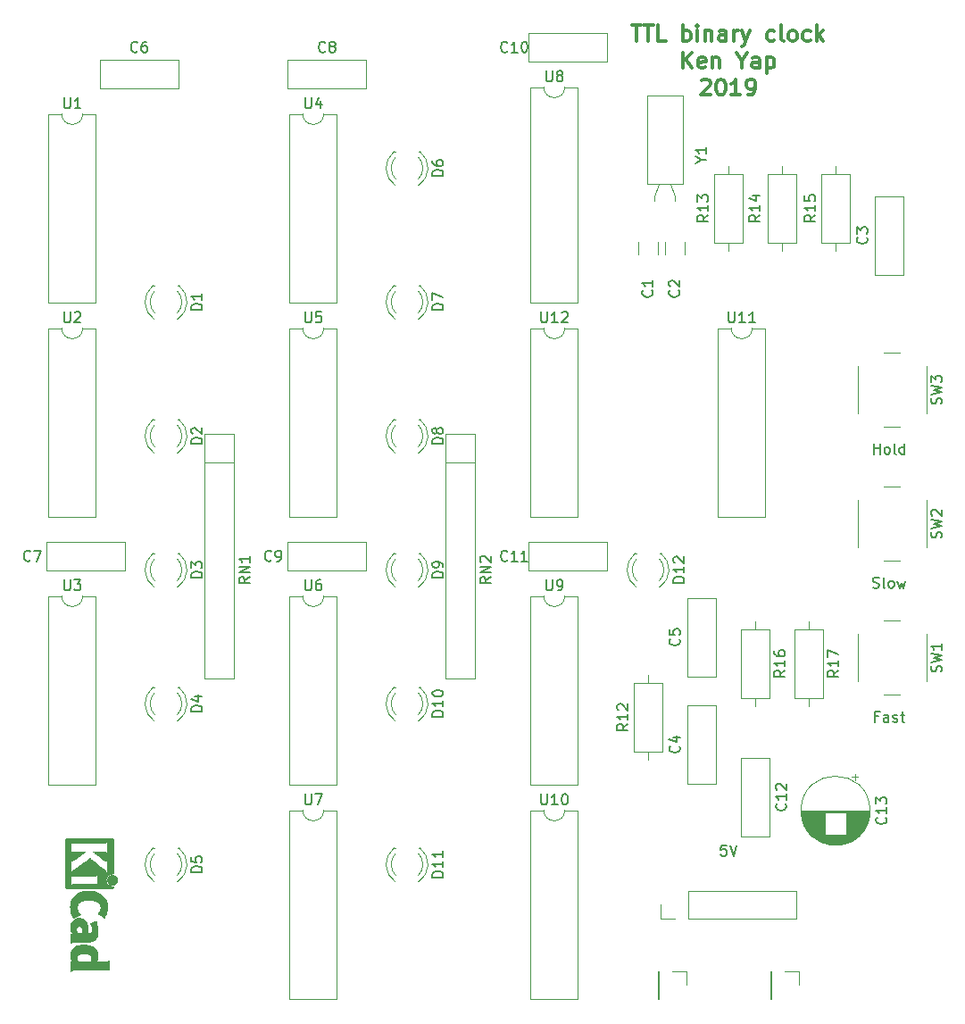
<source format=gto>
%TF.GenerationSoftware,KiCad,Pcbnew,5.1.4-5.1.4*%
%TF.CreationDate,2019-08-18T00:14:31+10:00*%
%TF.ProjectId,ttlclock,74746c63-6c6f-4636-9b2e-6b696361645f,rev?*%
%TF.SameCoordinates,Original*%
%TF.FileFunction,Legend,Top*%
%TF.FilePolarity,Positive*%
%FSLAX46Y46*%
G04 Gerber Fmt 4.6, Leading zero omitted, Abs format (unit mm)*
G04 Created by KiCad (PCBNEW 5.1.4-5.1.4) date 2019-08-18 00:14:31*
%MOMM*%
%LPD*%
G04 APERTURE LIST*
%ADD10C,0.150000*%
%ADD11C,0.300000*%
%ADD12C,0.120000*%
%ADD13C,0.010000*%
G04 APERTURE END LIST*
D10*
X152209523Y-123912380D02*
X151733333Y-123912380D01*
X151685714Y-124388571D01*
X151733333Y-124340952D01*
X151828571Y-124293333D01*
X152066666Y-124293333D01*
X152161904Y-124340952D01*
X152209523Y-124388571D01*
X152257142Y-124483809D01*
X152257142Y-124721904D01*
X152209523Y-124817142D01*
X152161904Y-124864761D01*
X152066666Y-124912380D01*
X151828571Y-124912380D01*
X151733333Y-124864761D01*
X151685714Y-124817142D01*
X152542857Y-123912380D02*
X152876190Y-124912380D01*
X153209523Y-123912380D01*
X166187619Y-86812380D02*
X166187619Y-85812380D01*
X166187619Y-86288571D02*
X166759047Y-86288571D01*
X166759047Y-86812380D02*
X166759047Y-85812380D01*
X167378095Y-86812380D02*
X167282857Y-86764761D01*
X167235238Y-86717142D01*
X167187619Y-86621904D01*
X167187619Y-86336190D01*
X167235238Y-86240952D01*
X167282857Y-86193333D01*
X167378095Y-86145714D01*
X167520952Y-86145714D01*
X167616190Y-86193333D01*
X167663809Y-86240952D01*
X167711428Y-86336190D01*
X167711428Y-86621904D01*
X167663809Y-86717142D01*
X167616190Y-86764761D01*
X167520952Y-86812380D01*
X167378095Y-86812380D01*
X168282857Y-86812380D02*
X168187619Y-86764761D01*
X168140000Y-86669523D01*
X168140000Y-85812380D01*
X169092380Y-86812380D02*
X169092380Y-85812380D01*
X169092380Y-86764761D02*
X168997142Y-86812380D01*
X168806666Y-86812380D01*
X168711428Y-86764761D01*
X168663809Y-86717142D01*
X168616190Y-86621904D01*
X168616190Y-86336190D01*
X168663809Y-86240952D01*
X168711428Y-86193333D01*
X168806666Y-86145714D01*
X168997142Y-86145714D01*
X169092380Y-86193333D01*
X166116190Y-99464761D02*
X166259047Y-99512380D01*
X166497142Y-99512380D01*
X166592380Y-99464761D01*
X166640000Y-99417142D01*
X166687619Y-99321904D01*
X166687619Y-99226666D01*
X166640000Y-99131428D01*
X166592380Y-99083809D01*
X166497142Y-99036190D01*
X166306666Y-98988571D01*
X166211428Y-98940952D01*
X166163809Y-98893333D01*
X166116190Y-98798095D01*
X166116190Y-98702857D01*
X166163809Y-98607619D01*
X166211428Y-98560000D01*
X166306666Y-98512380D01*
X166544761Y-98512380D01*
X166687619Y-98560000D01*
X167259047Y-99512380D02*
X167163809Y-99464761D01*
X167116190Y-99369523D01*
X167116190Y-98512380D01*
X167782857Y-99512380D02*
X167687619Y-99464761D01*
X167640000Y-99417142D01*
X167592380Y-99321904D01*
X167592380Y-99036190D01*
X167640000Y-98940952D01*
X167687619Y-98893333D01*
X167782857Y-98845714D01*
X167925714Y-98845714D01*
X168020952Y-98893333D01*
X168068571Y-98940952D01*
X168116190Y-99036190D01*
X168116190Y-99321904D01*
X168068571Y-99417142D01*
X168020952Y-99464761D01*
X167925714Y-99512380D01*
X167782857Y-99512380D01*
X168449523Y-98845714D02*
X168640000Y-99512380D01*
X168830476Y-99036190D01*
X169020952Y-99512380D01*
X169211428Y-98845714D01*
X166640000Y-111688571D02*
X166306666Y-111688571D01*
X166306666Y-112212380D02*
X166306666Y-111212380D01*
X166782857Y-111212380D01*
X167592380Y-112212380D02*
X167592380Y-111688571D01*
X167544761Y-111593333D01*
X167449523Y-111545714D01*
X167259047Y-111545714D01*
X167163809Y-111593333D01*
X167592380Y-112164761D02*
X167497142Y-112212380D01*
X167259047Y-112212380D01*
X167163809Y-112164761D01*
X167116190Y-112069523D01*
X167116190Y-111974285D01*
X167163809Y-111879047D01*
X167259047Y-111831428D01*
X167497142Y-111831428D01*
X167592380Y-111783809D01*
X168020952Y-112164761D02*
X168116190Y-112212380D01*
X168306666Y-112212380D01*
X168401904Y-112164761D01*
X168449523Y-112069523D01*
X168449523Y-112021904D01*
X168401904Y-111926666D01*
X168306666Y-111879047D01*
X168163809Y-111879047D01*
X168068571Y-111831428D01*
X168020952Y-111736190D01*
X168020952Y-111688571D01*
X168068571Y-111593333D01*
X168163809Y-111545714D01*
X168306666Y-111545714D01*
X168401904Y-111593333D01*
X168735238Y-111545714D02*
X169116190Y-111545714D01*
X168878095Y-111212380D02*
X168878095Y-112069523D01*
X168925714Y-112164761D01*
X169020952Y-112212380D01*
X169116190Y-112212380D01*
D11*
X143257142Y-46158571D02*
X144114285Y-46158571D01*
X143685714Y-47658571D02*
X143685714Y-46158571D01*
X144400000Y-46158571D02*
X145257142Y-46158571D01*
X144828571Y-47658571D02*
X144828571Y-46158571D01*
X146471428Y-47658571D02*
X145757142Y-47658571D01*
X145757142Y-46158571D01*
X148114285Y-47658571D02*
X148114285Y-46158571D01*
X148114285Y-46730000D02*
X148257142Y-46658571D01*
X148542857Y-46658571D01*
X148685714Y-46730000D01*
X148757142Y-46801428D01*
X148828571Y-46944285D01*
X148828571Y-47372857D01*
X148757142Y-47515714D01*
X148685714Y-47587142D01*
X148542857Y-47658571D01*
X148257142Y-47658571D01*
X148114285Y-47587142D01*
X149471428Y-47658571D02*
X149471428Y-46658571D01*
X149471428Y-46158571D02*
X149400000Y-46230000D01*
X149471428Y-46301428D01*
X149542857Y-46230000D01*
X149471428Y-46158571D01*
X149471428Y-46301428D01*
X150185714Y-46658571D02*
X150185714Y-47658571D01*
X150185714Y-46801428D02*
X150257142Y-46730000D01*
X150400000Y-46658571D01*
X150614285Y-46658571D01*
X150757142Y-46730000D01*
X150828571Y-46872857D01*
X150828571Y-47658571D01*
X152185714Y-47658571D02*
X152185714Y-46872857D01*
X152114285Y-46730000D01*
X151971428Y-46658571D01*
X151685714Y-46658571D01*
X151542857Y-46730000D01*
X152185714Y-47587142D02*
X152042857Y-47658571D01*
X151685714Y-47658571D01*
X151542857Y-47587142D01*
X151471428Y-47444285D01*
X151471428Y-47301428D01*
X151542857Y-47158571D01*
X151685714Y-47087142D01*
X152042857Y-47087142D01*
X152185714Y-47015714D01*
X152900000Y-47658571D02*
X152900000Y-46658571D01*
X152900000Y-46944285D02*
X152971428Y-46801428D01*
X153042857Y-46730000D01*
X153185714Y-46658571D01*
X153328571Y-46658571D01*
X153685714Y-46658571D02*
X154042857Y-47658571D01*
X154400000Y-46658571D02*
X154042857Y-47658571D01*
X153900000Y-48015714D01*
X153828571Y-48087142D01*
X153685714Y-48158571D01*
X156757142Y-47587142D02*
X156614285Y-47658571D01*
X156328571Y-47658571D01*
X156185714Y-47587142D01*
X156114285Y-47515714D01*
X156042857Y-47372857D01*
X156042857Y-46944285D01*
X156114285Y-46801428D01*
X156185714Y-46730000D01*
X156328571Y-46658571D01*
X156614285Y-46658571D01*
X156757142Y-46730000D01*
X157614285Y-47658571D02*
X157471428Y-47587142D01*
X157400000Y-47444285D01*
X157400000Y-46158571D01*
X158400000Y-47658571D02*
X158257142Y-47587142D01*
X158185714Y-47515714D01*
X158114285Y-47372857D01*
X158114285Y-46944285D01*
X158185714Y-46801428D01*
X158257142Y-46730000D01*
X158400000Y-46658571D01*
X158614285Y-46658571D01*
X158757142Y-46730000D01*
X158828571Y-46801428D01*
X158900000Y-46944285D01*
X158900000Y-47372857D01*
X158828571Y-47515714D01*
X158757142Y-47587142D01*
X158614285Y-47658571D01*
X158400000Y-47658571D01*
X160185714Y-47587142D02*
X160042857Y-47658571D01*
X159757142Y-47658571D01*
X159614285Y-47587142D01*
X159542857Y-47515714D01*
X159471428Y-47372857D01*
X159471428Y-46944285D01*
X159542857Y-46801428D01*
X159614285Y-46730000D01*
X159757142Y-46658571D01*
X160042857Y-46658571D01*
X160185714Y-46730000D01*
X160828571Y-47658571D02*
X160828571Y-46158571D01*
X160971428Y-47087142D02*
X161400000Y-47658571D01*
X161400000Y-46658571D02*
X160828571Y-47230000D01*
X148114285Y-50208571D02*
X148114285Y-48708571D01*
X148971428Y-50208571D02*
X148328571Y-49351428D01*
X148971428Y-48708571D02*
X148114285Y-49565714D01*
X150185714Y-50137142D02*
X150042857Y-50208571D01*
X149757142Y-50208571D01*
X149614285Y-50137142D01*
X149542857Y-49994285D01*
X149542857Y-49422857D01*
X149614285Y-49280000D01*
X149757142Y-49208571D01*
X150042857Y-49208571D01*
X150185714Y-49280000D01*
X150257142Y-49422857D01*
X150257142Y-49565714D01*
X149542857Y-49708571D01*
X150900000Y-49208571D02*
X150900000Y-50208571D01*
X150900000Y-49351428D02*
X150971428Y-49280000D01*
X151114285Y-49208571D01*
X151328571Y-49208571D01*
X151471428Y-49280000D01*
X151542857Y-49422857D01*
X151542857Y-50208571D01*
X153685714Y-49494285D02*
X153685714Y-50208571D01*
X153185714Y-48708571D02*
X153685714Y-49494285D01*
X154185714Y-48708571D01*
X155328571Y-50208571D02*
X155328571Y-49422857D01*
X155257142Y-49280000D01*
X155114285Y-49208571D01*
X154828571Y-49208571D01*
X154685714Y-49280000D01*
X155328571Y-50137142D02*
X155185714Y-50208571D01*
X154828571Y-50208571D01*
X154685714Y-50137142D01*
X154614285Y-49994285D01*
X154614285Y-49851428D01*
X154685714Y-49708571D01*
X154828571Y-49637142D01*
X155185714Y-49637142D01*
X155328571Y-49565714D01*
X156042857Y-49208571D02*
X156042857Y-50708571D01*
X156042857Y-49280000D02*
X156185714Y-49208571D01*
X156471428Y-49208571D01*
X156614285Y-49280000D01*
X156685714Y-49351428D01*
X156757142Y-49494285D01*
X156757142Y-49922857D01*
X156685714Y-50065714D01*
X156614285Y-50137142D01*
X156471428Y-50208571D01*
X156185714Y-50208571D01*
X156042857Y-50137142D01*
X149828571Y-51401428D02*
X149900000Y-51330000D01*
X150042857Y-51258571D01*
X150400000Y-51258571D01*
X150542857Y-51330000D01*
X150614285Y-51401428D01*
X150685714Y-51544285D01*
X150685714Y-51687142D01*
X150614285Y-51901428D01*
X149757142Y-52758571D01*
X150685714Y-52758571D01*
X151614285Y-51258571D02*
X151757142Y-51258571D01*
X151900000Y-51330000D01*
X151971428Y-51401428D01*
X152042857Y-51544285D01*
X152114285Y-51830000D01*
X152114285Y-52187142D01*
X152042857Y-52472857D01*
X151971428Y-52615714D01*
X151900000Y-52687142D01*
X151757142Y-52758571D01*
X151614285Y-52758571D01*
X151471428Y-52687142D01*
X151400000Y-52615714D01*
X151328571Y-52472857D01*
X151257142Y-52187142D01*
X151257142Y-51830000D01*
X151328571Y-51544285D01*
X151400000Y-51401428D01*
X151471428Y-51330000D01*
X151614285Y-51258571D01*
X153542857Y-52758571D02*
X152685714Y-52758571D01*
X153114285Y-52758571D02*
X153114285Y-51258571D01*
X152971428Y-51472857D01*
X152828571Y-51615714D01*
X152685714Y-51687142D01*
X154257142Y-52758571D02*
X154542857Y-52758571D01*
X154685714Y-52687142D01*
X154757142Y-52615714D01*
X154900000Y-52401428D01*
X154971428Y-52115714D01*
X154971428Y-51544285D01*
X154900000Y-51401428D01*
X154828571Y-51330000D01*
X154685714Y-51258571D01*
X154400000Y-51258571D01*
X154257142Y-51330000D01*
X154185714Y-51401428D01*
X154114285Y-51544285D01*
X154114285Y-51901428D01*
X154185714Y-52044285D01*
X154257142Y-52115714D01*
X154400000Y-52187142D01*
X154685714Y-52187142D01*
X154828571Y-52115714D01*
X154900000Y-52044285D01*
X154971428Y-51901428D01*
D12*
X138140000Y-74870000D02*
X136890000Y-74870000D01*
X138140000Y-92770000D02*
X138140000Y-74870000D01*
X133640000Y-92770000D02*
X138140000Y-92770000D01*
X133640000Y-74870000D02*
X133640000Y-92770000D01*
X134890000Y-74870000D02*
X133640000Y-74870000D01*
X136890000Y-74870000D02*
G75*
G02X134890000Y-74870000I-1000000J0D01*
G01*
X166270000Y-62360000D02*
X169010000Y-62360000D01*
X166270000Y-69800000D02*
X169010000Y-69800000D01*
X169010000Y-69800000D02*
X169010000Y-62360000D01*
X166270000Y-69800000D02*
X166270000Y-62360000D01*
X162560000Y-59460000D02*
X162560000Y-60230000D01*
X162560000Y-67540000D02*
X162560000Y-66770000D01*
X161190000Y-60230000D02*
X161190000Y-66770000D01*
X163930000Y-60230000D02*
X161190000Y-60230000D01*
X163930000Y-66770000D02*
X163930000Y-60230000D01*
X161190000Y-66770000D02*
X163930000Y-66770000D01*
X138140000Y-52010000D02*
X136890000Y-52010000D01*
X138140000Y-72450000D02*
X138140000Y-52010000D01*
X133640000Y-72450000D02*
X138140000Y-72450000D01*
X133640000Y-52010000D02*
X133640000Y-72450000D01*
X134890000Y-52010000D02*
X133640000Y-52010000D01*
X136890000Y-52010000D02*
G75*
G02X134890000Y-52010000I-1000000J0D01*
G01*
X133480000Y-97890000D02*
X133480000Y-95150000D01*
X140920000Y-97890000D02*
X140920000Y-95150000D01*
X140920000Y-95150000D02*
X133480000Y-95150000D01*
X140920000Y-97890000D02*
X133480000Y-97890000D01*
X156310000Y-123060000D02*
X153570000Y-123060000D01*
X156310000Y-115620000D02*
X153570000Y-115620000D01*
X153570000Y-115620000D02*
X153570000Y-123060000D01*
X156310000Y-115620000D02*
X156310000Y-123060000D01*
X133480000Y-49630000D02*
X133480000Y-46890000D01*
X140920000Y-49630000D02*
X140920000Y-46890000D01*
X140920000Y-46890000D02*
X133480000Y-46890000D01*
X140920000Y-49630000D02*
X133480000Y-49630000D01*
X110620000Y-97890000D02*
X110620000Y-95150000D01*
X118060000Y-97890000D02*
X118060000Y-95150000D01*
X118060000Y-95150000D02*
X110620000Y-95150000D01*
X118060000Y-97890000D02*
X110620000Y-97890000D01*
X164714000Y-117444759D02*
X164084000Y-117444759D01*
X164399000Y-117129759D02*
X164399000Y-117759759D01*
X162962000Y-123871000D02*
X162158000Y-123871000D01*
X163193000Y-123831000D02*
X161927000Y-123831000D01*
X163362000Y-123791000D02*
X161758000Y-123791000D01*
X163500000Y-123751000D02*
X161620000Y-123751000D01*
X163619000Y-123711000D02*
X161501000Y-123711000D01*
X163725000Y-123671000D02*
X161395000Y-123671000D01*
X163822000Y-123631000D02*
X161298000Y-123631000D01*
X163910000Y-123591000D02*
X161210000Y-123591000D01*
X163992000Y-123551000D02*
X161128000Y-123551000D01*
X164069000Y-123511000D02*
X161051000Y-123511000D01*
X164141000Y-123471000D02*
X160979000Y-123471000D01*
X164210000Y-123431000D02*
X160910000Y-123431000D01*
X164274000Y-123391000D02*
X160846000Y-123391000D01*
X164336000Y-123351000D02*
X160784000Y-123351000D01*
X164394000Y-123311000D02*
X160726000Y-123311000D01*
X164450000Y-123271000D02*
X160670000Y-123271000D01*
X164504000Y-123231000D02*
X160616000Y-123231000D01*
X164555000Y-123191000D02*
X160565000Y-123191000D01*
X164604000Y-123151000D02*
X160516000Y-123151000D01*
X164652000Y-123111000D02*
X160468000Y-123111000D01*
X164697000Y-123071000D02*
X160423000Y-123071000D01*
X164742000Y-123031000D02*
X160378000Y-123031000D01*
X164784000Y-122991000D02*
X160336000Y-122991000D01*
X164825000Y-122951000D02*
X160295000Y-122951000D01*
X161520000Y-122911000D02*
X160255000Y-122911000D01*
X164865000Y-122911000D02*
X163600000Y-122911000D01*
X161520000Y-122871000D02*
X160217000Y-122871000D01*
X164903000Y-122871000D02*
X163600000Y-122871000D01*
X161520000Y-122831000D02*
X160180000Y-122831000D01*
X164940000Y-122831000D02*
X163600000Y-122831000D01*
X161520000Y-122791000D02*
X160144000Y-122791000D01*
X164976000Y-122791000D02*
X163600000Y-122791000D01*
X161520000Y-122751000D02*
X160110000Y-122751000D01*
X165010000Y-122751000D02*
X163600000Y-122751000D01*
X161520000Y-122711000D02*
X160076000Y-122711000D01*
X165044000Y-122711000D02*
X163600000Y-122711000D01*
X161520000Y-122671000D02*
X160044000Y-122671000D01*
X165076000Y-122671000D02*
X163600000Y-122671000D01*
X161520000Y-122631000D02*
X160012000Y-122631000D01*
X165108000Y-122631000D02*
X163600000Y-122631000D01*
X161520000Y-122591000D02*
X159982000Y-122591000D01*
X165138000Y-122591000D02*
X163600000Y-122591000D01*
X161520000Y-122551000D02*
X159953000Y-122551000D01*
X165167000Y-122551000D02*
X163600000Y-122551000D01*
X161520000Y-122511000D02*
X159924000Y-122511000D01*
X165196000Y-122511000D02*
X163600000Y-122511000D01*
X161520000Y-122471000D02*
X159896000Y-122471000D01*
X165224000Y-122471000D02*
X163600000Y-122471000D01*
X161520000Y-122431000D02*
X159870000Y-122431000D01*
X165250000Y-122431000D02*
X163600000Y-122431000D01*
X161520000Y-122391000D02*
X159844000Y-122391000D01*
X165276000Y-122391000D02*
X163600000Y-122391000D01*
X161520000Y-122351000D02*
X159818000Y-122351000D01*
X165302000Y-122351000D02*
X163600000Y-122351000D01*
X161520000Y-122311000D02*
X159794000Y-122311000D01*
X165326000Y-122311000D02*
X163600000Y-122311000D01*
X161520000Y-122271000D02*
X159770000Y-122271000D01*
X165350000Y-122271000D02*
X163600000Y-122271000D01*
X161520000Y-122231000D02*
X159748000Y-122231000D01*
X165372000Y-122231000D02*
X163600000Y-122231000D01*
X161520000Y-122191000D02*
X159726000Y-122191000D01*
X165394000Y-122191000D02*
X163600000Y-122191000D01*
X161520000Y-122151000D02*
X159704000Y-122151000D01*
X165416000Y-122151000D02*
X163600000Y-122151000D01*
X161520000Y-122111000D02*
X159684000Y-122111000D01*
X165436000Y-122111000D02*
X163600000Y-122111000D01*
X161520000Y-122071000D02*
X159664000Y-122071000D01*
X165456000Y-122071000D02*
X163600000Y-122071000D01*
X161520000Y-122031000D02*
X159644000Y-122031000D01*
X165476000Y-122031000D02*
X163600000Y-122031000D01*
X161520000Y-121991000D02*
X159626000Y-121991000D01*
X165494000Y-121991000D02*
X163600000Y-121991000D01*
X161520000Y-121951000D02*
X159608000Y-121951000D01*
X165512000Y-121951000D02*
X163600000Y-121951000D01*
X161520000Y-121911000D02*
X159590000Y-121911000D01*
X165530000Y-121911000D02*
X163600000Y-121911000D01*
X161520000Y-121871000D02*
X159574000Y-121871000D01*
X165546000Y-121871000D02*
X163600000Y-121871000D01*
X161520000Y-121831000D02*
X159558000Y-121831000D01*
X165562000Y-121831000D02*
X163600000Y-121831000D01*
X161520000Y-121791000D02*
X159542000Y-121791000D01*
X165578000Y-121791000D02*
X163600000Y-121791000D01*
X161520000Y-121751000D02*
X159527000Y-121751000D01*
X165593000Y-121751000D02*
X163600000Y-121751000D01*
X161520000Y-121711000D02*
X159513000Y-121711000D01*
X165607000Y-121711000D02*
X163600000Y-121711000D01*
X161520000Y-121671000D02*
X159499000Y-121671000D01*
X165621000Y-121671000D02*
X163600000Y-121671000D01*
X161520000Y-121631000D02*
X159486000Y-121631000D01*
X165634000Y-121631000D02*
X163600000Y-121631000D01*
X161520000Y-121591000D02*
X159474000Y-121591000D01*
X165646000Y-121591000D02*
X163600000Y-121591000D01*
X161520000Y-121551000D02*
X159462000Y-121551000D01*
X165658000Y-121551000D02*
X163600000Y-121551000D01*
X161520000Y-121511000D02*
X159450000Y-121511000D01*
X165670000Y-121511000D02*
X163600000Y-121511000D01*
X161520000Y-121471000D02*
X159439000Y-121471000D01*
X165681000Y-121471000D02*
X163600000Y-121471000D01*
X161520000Y-121431000D02*
X159429000Y-121431000D01*
X165691000Y-121431000D02*
X163600000Y-121431000D01*
X161520000Y-121391000D02*
X159419000Y-121391000D01*
X165701000Y-121391000D02*
X163600000Y-121391000D01*
X161520000Y-121351000D02*
X159410000Y-121351000D01*
X165710000Y-121351000D02*
X163600000Y-121351000D01*
X161520000Y-121310000D02*
X159401000Y-121310000D01*
X165719000Y-121310000D02*
X163600000Y-121310000D01*
X161520000Y-121270000D02*
X159393000Y-121270000D01*
X165727000Y-121270000D02*
X163600000Y-121270000D01*
X161520000Y-121230000D02*
X159385000Y-121230000D01*
X165735000Y-121230000D02*
X163600000Y-121230000D01*
X161520000Y-121190000D02*
X159378000Y-121190000D01*
X165742000Y-121190000D02*
X163600000Y-121190000D01*
X161520000Y-121150000D02*
X159371000Y-121150000D01*
X165749000Y-121150000D02*
X163600000Y-121150000D01*
X161520000Y-121110000D02*
X159365000Y-121110000D01*
X165755000Y-121110000D02*
X163600000Y-121110000D01*
X161520000Y-121070000D02*
X159359000Y-121070000D01*
X165761000Y-121070000D02*
X163600000Y-121070000D01*
X161520000Y-121030000D02*
X159354000Y-121030000D01*
X165766000Y-121030000D02*
X163600000Y-121030000D01*
X161520000Y-120990000D02*
X159349000Y-120990000D01*
X165771000Y-120990000D02*
X163600000Y-120990000D01*
X161520000Y-120950000D02*
X159345000Y-120950000D01*
X165775000Y-120950000D02*
X163600000Y-120950000D01*
X161520000Y-120910000D02*
X159342000Y-120910000D01*
X165778000Y-120910000D02*
X163600000Y-120910000D01*
X161520000Y-120870000D02*
X159338000Y-120870000D01*
X165782000Y-120870000D02*
X163600000Y-120870000D01*
X165784000Y-120830000D02*
X159336000Y-120830000D01*
X165787000Y-120790000D02*
X159333000Y-120790000D01*
X165788000Y-120750000D02*
X159332000Y-120750000D01*
X165790000Y-120710000D02*
X159330000Y-120710000D01*
X165790000Y-120670000D02*
X159330000Y-120670000D01*
X165790000Y-120630000D02*
X159330000Y-120630000D01*
X165830000Y-120630000D02*
G75*
G03X165830000Y-120630000I-3270000J0D01*
G01*
X128400000Y-87630000D02*
X125600000Y-87630000D01*
X128400000Y-108120000D02*
X128400000Y-84920000D01*
X125600000Y-108120000D02*
X128400000Y-108120000D01*
X125600000Y-84920000D02*
X125600000Y-108120000D01*
X128400000Y-84920000D02*
X125600000Y-84920000D01*
X105540000Y-87630000D02*
X102740000Y-87630000D01*
X105540000Y-108120000D02*
X105540000Y-84920000D01*
X102740000Y-108120000D02*
X105540000Y-108120000D01*
X102740000Y-84920000D02*
X102740000Y-108120000D01*
X105540000Y-84920000D02*
X102740000Y-84920000D01*
X148396000Y-135830000D02*
X148396000Y-137160000D01*
X147066000Y-135830000D02*
X148396000Y-135830000D01*
X145796000Y-135830000D02*
X145796000Y-138490000D01*
X145796000Y-138490000D02*
X145736000Y-138490000D01*
X145796000Y-135830000D02*
X145736000Y-135830000D01*
X145736000Y-135830000D02*
X145736000Y-138490000D01*
X159064000Y-135830000D02*
X159064000Y-137160000D01*
X157734000Y-135830000D02*
X159064000Y-135830000D01*
X156464000Y-135830000D02*
X156464000Y-138490000D01*
X156464000Y-138490000D02*
X156404000Y-138490000D01*
X156464000Y-135830000D02*
X156404000Y-135830000D01*
X156404000Y-135830000D02*
X156404000Y-138490000D01*
X145420000Y-62350000D02*
X145420000Y-62800000D01*
X145825000Y-61200000D02*
X145420000Y-62350000D01*
X147320000Y-62350000D02*
X147320000Y-62800000D01*
X146915000Y-61200000D02*
X147320000Y-62350000D01*
X144670000Y-61200000D02*
X148070000Y-61200000D01*
X144670000Y-52800000D02*
X144670000Y-61200000D01*
X148070000Y-52800000D02*
X144670000Y-52800000D01*
X148070000Y-61200000D02*
X148070000Y-52800000D01*
D13*
G36*
X93950946Y-126593600D02*
G01*
X93837007Y-126604465D01*
X93729384Y-126636082D01*
X93630385Y-126686985D01*
X93542316Y-126755707D01*
X93467484Y-126840781D01*
X93409616Y-126937768D01*
X93369995Y-127044036D01*
X93351427Y-127151050D01*
X93352566Y-127256700D01*
X93372070Y-127358875D01*
X93408594Y-127455466D01*
X93460795Y-127544362D01*
X93527327Y-127623454D01*
X93606848Y-127690631D01*
X93698013Y-127743783D01*
X93799477Y-127780801D01*
X93909898Y-127799573D01*
X93959794Y-127801511D01*
X94047733Y-127801511D01*
X94047733Y-127853440D01*
X94044889Y-127889747D01*
X94033089Y-127916645D01*
X94009351Y-127943751D01*
X93970969Y-127982133D01*
X91779398Y-127982133D01*
X91517261Y-127982124D01*
X91276759Y-127982092D01*
X91056952Y-127982028D01*
X90856899Y-127981924D01*
X90675656Y-127981773D01*
X90512284Y-127981566D01*
X90365840Y-127981294D01*
X90235383Y-127980950D01*
X90119971Y-127980526D01*
X90018662Y-127980013D01*
X89930516Y-127979403D01*
X89854590Y-127978688D01*
X89789943Y-127977860D01*
X89735633Y-127976911D01*
X89690720Y-127975833D01*
X89654260Y-127974617D01*
X89625313Y-127973255D01*
X89602937Y-127971739D01*
X89586191Y-127970062D01*
X89574132Y-127968214D01*
X89565820Y-127966187D01*
X89560313Y-127963975D01*
X89558463Y-127962892D01*
X89551451Y-127958729D01*
X89545004Y-127955195D01*
X89539100Y-127951365D01*
X89533714Y-127946318D01*
X89528822Y-127939129D01*
X89524402Y-127928877D01*
X89520428Y-127914636D01*
X89516879Y-127895486D01*
X89513730Y-127870501D01*
X89510958Y-127838760D01*
X89508539Y-127799338D01*
X89506449Y-127751314D01*
X89504665Y-127693763D01*
X89503163Y-127625763D01*
X89501920Y-127546390D01*
X89500911Y-127454721D01*
X89500115Y-127349834D01*
X89499506Y-127230804D01*
X89499061Y-127096710D01*
X89498757Y-126946627D01*
X89498570Y-126779633D01*
X89498476Y-126594804D01*
X89498452Y-126391217D01*
X89498475Y-126167950D01*
X89498520Y-125924078D01*
X89498563Y-125658679D01*
X89498568Y-125620296D01*
X89498611Y-125353318D01*
X89498682Y-125107998D01*
X89498787Y-124883417D01*
X89498934Y-124678655D01*
X89499131Y-124492794D01*
X89499384Y-124324912D01*
X89499700Y-124174092D01*
X89500087Y-124039413D01*
X89500553Y-123919956D01*
X89501103Y-123814801D01*
X89501747Y-123723029D01*
X89502489Y-123643721D01*
X89503339Y-123575957D01*
X89504303Y-123518818D01*
X89505389Y-123471383D01*
X89506603Y-123432734D01*
X89507953Y-123401951D01*
X89509445Y-123378115D01*
X89511089Y-123360306D01*
X89512889Y-123347605D01*
X89514855Y-123339092D01*
X89516523Y-123334734D01*
X89520094Y-123326272D01*
X89522730Y-123318503D01*
X89525366Y-123311398D01*
X89528938Y-123304927D01*
X89534379Y-123299061D01*
X89542625Y-123293771D01*
X89554610Y-123289026D01*
X89571269Y-123284798D01*
X89593537Y-123281057D01*
X89622348Y-123277773D01*
X89658637Y-123274917D01*
X89703339Y-123272460D01*
X89757389Y-123270371D01*
X89821721Y-123268622D01*
X89897270Y-123267183D01*
X89984970Y-123266024D01*
X90085757Y-123265117D01*
X90200566Y-123264431D01*
X90330330Y-123263937D01*
X90475985Y-123263605D01*
X90638465Y-123263407D01*
X90818705Y-123263313D01*
X91017640Y-123263292D01*
X91236204Y-123263315D01*
X91475332Y-123263354D01*
X91735960Y-123263378D01*
X91778111Y-123263378D01*
X92041008Y-123263364D01*
X92282268Y-123263339D01*
X92502835Y-123263329D01*
X92703648Y-123263358D01*
X92885651Y-123263452D01*
X93049784Y-123263638D01*
X93196989Y-123263941D01*
X93328208Y-123264386D01*
X93438133Y-123264966D01*
X93438133Y-123567803D01*
X93380289Y-123607593D01*
X93364521Y-123618764D01*
X93350559Y-123628834D01*
X93337216Y-123637862D01*
X93323307Y-123645903D01*
X93307644Y-123653014D01*
X93289042Y-123659253D01*
X93266314Y-123664675D01*
X93238273Y-123669338D01*
X93203733Y-123673299D01*
X93161508Y-123676615D01*
X93110411Y-123679341D01*
X93049256Y-123681536D01*
X92976856Y-123683255D01*
X92892025Y-123684556D01*
X92793578Y-123685495D01*
X92680326Y-123686130D01*
X92551084Y-123686516D01*
X92404666Y-123686712D01*
X92239884Y-123686773D01*
X92055553Y-123686757D01*
X91850487Y-123686720D01*
X91727867Y-123686711D01*
X91510918Y-123686735D01*
X91315358Y-123686769D01*
X91140001Y-123686757D01*
X90983659Y-123686642D01*
X90845143Y-123686370D01*
X90723266Y-123685882D01*
X90616840Y-123685124D01*
X90524678Y-123684038D01*
X90445591Y-123682569D01*
X90378392Y-123680660D01*
X90321893Y-123678256D01*
X90274907Y-123675299D01*
X90236245Y-123671734D01*
X90204720Y-123667505D01*
X90179145Y-123662554D01*
X90158330Y-123656827D01*
X90141089Y-123650267D01*
X90126235Y-123642817D01*
X90112578Y-123634421D01*
X90098931Y-123625024D01*
X90084107Y-123614568D01*
X90075217Y-123608477D01*
X90017600Y-123569704D01*
X90017600Y-124101268D01*
X90017635Y-124224517D01*
X90017785Y-124327013D01*
X90018122Y-124410580D01*
X90018714Y-124477044D01*
X90019633Y-124528229D01*
X90020949Y-124565959D01*
X90022731Y-124592060D01*
X90025049Y-124608356D01*
X90027974Y-124616672D01*
X90031576Y-124618832D01*
X90035925Y-124616661D01*
X90037355Y-124615465D01*
X90074427Y-124590315D01*
X90127228Y-124564417D01*
X90189230Y-124540808D01*
X90215643Y-124532539D01*
X90233584Y-124527922D01*
X90254645Y-124524021D01*
X90280911Y-124520752D01*
X90314468Y-124518034D01*
X90357401Y-124515785D01*
X90411796Y-124513923D01*
X90479738Y-124512364D01*
X90563312Y-124511028D01*
X90664605Y-124509831D01*
X90785700Y-124508692D01*
X90830400Y-124508315D01*
X90955551Y-124507298D01*
X91059918Y-124506540D01*
X91145293Y-124506097D01*
X91213467Y-124506030D01*
X91266235Y-124506395D01*
X91305386Y-124507252D01*
X91332715Y-124508659D01*
X91350014Y-124510675D01*
X91359074Y-124513357D01*
X91361688Y-124516764D01*
X91359649Y-124520956D01*
X91355333Y-124525429D01*
X91342398Y-124535784D01*
X91313324Y-124557842D01*
X91270241Y-124590043D01*
X91215282Y-124630826D01*
X91150577Y-124678630D01*
X91078258Y-124731895D01*
X91000456Y-124789060D01*
X90919302Y-124848563D01*
X90836928Y-124908845D01*
X90755464Y-124968345D01*
X90677043Y-125025502D01*
X90603796Y-125078755D01*
X90537853Y-125126543D01*
X90481346Y-125167307D01*
X90436407Y-125199484D01*
X90405166Y-125221515D01*
X90398534Y-125226083D01*
X90361631Y-125249004D01*
X90313641Y-125275812D01*
X90264103Y-125301211D01*
X90257423Y-125304432D01*
X90209228Y-125326110D01*
X90171666Y-125338696D01*
X90135840Y-125344426D01*
X90093800Y-125345544D01*
X90017600Y-125344910D01*
X90017600Y-126499349D01*
X90111331Y-126408185D01*
X90161225Y-126361388D01*
X90217705Y-126311101D01*
X90271974Y-126265056D01*
X90297327Y-126244631D01*
X90336872Y-126214193D01*
X90390084Y-126174138D01*
X90455333Y-126125639D01*
X90530989Y-126069865D01*
X90615423Y-126007989D01*
X90707006Y-125941181D01*
X90804108Y-125870613D01*
X90905099Y-125797455D01*
X91008350Y-125722879D01*
X91112232Y-125648056D01*
X91215115Y-125574157D01*
X91315369Y-125502354D01*
X91411364Y-125433816D01*
X91501473Y-125369716D01*
X91584064Y-125311225D01*
X91657508Y-125259514D01*
X91720176Y-125215753D01*
X91770439Y-125181115D01*
X91806666Y-125156770D01*
X91827229Y-125143889D01*
X91831332Y-125142131D01*
X91842658Y-125150090D01*
X91869838Y-125170885D01*
X91911171Y-125203153D01*
X91964956Y-125245530D01*
X92029494Y-125296653D01*
X92103082Y-125355159D01*
X92184022Y-125419686D01*
X92270612Y-125488869D01*
X92361152Y-125561347D01*
X92453940Y-125635754D01*
X92528298Y-125695483D01*
X92528298Y-126706489D01*
X92515341Y-126712398D01*
X92493092Y-126726728D01*
X92491609Y-126727775D01*
X92461456Y-126746562D01*
X92424625Y-126766209D01*
X92416489Y-126770108D01*
X92408060Y-126773644D01*
X92397941Y-126776770D01*
X92384740Y-126779514D01*
X92367062Y-126781908D01*
X92343516Y-126783981D01*
X92312707Y-126785765D01*
X92273243Y-126787288D01*
X92223731Y-126788581D01*
X92162777Y-126789674D01*
X92088989Y-126790597D01*
X92000972Y-126791381D01*
X91897335Y-126792055D01*
X91776684Y-126792650D01*
X91637626Y-126793195D01*
X91478768Y-126793721D01*
X91299911Y-126794255D01*
X91114793Y-126794794D01*
X90950855Y-126795228D01*
X90806697Y-126795491D01*
X90680921Y-126795516D01*
X90572129Y-126795235D01*
X90478923Y-126794581D01*
X90399903Y-126793486D01*
X90333672Y-126791882D01*
X90278830Y-126789703D01*
X90233979Y-126786881D01*
X90197722Y-126783349D01*
X90168659Y-126779039D01*
X90145391Y-126773883D01*
X90126521Y-126767815D01*
X90110649Y-126760767D01*
X90096378Y-126752671D01*
X90082309Y-126743460D01*
X90069842Y-126734960D01*
X90043548Y-126717824D01*
X90025963Y-126707678D01*
X90022743Y-126706489D01*
X90021666Y-126717396D01*
X90020665Y-126748589D01*
X90019765Y-126797777D01*
X90018990Y-126862667D01*
X90018363Y-126940970D01*
X90017909Y-127030393D01*
X90017651Y-127128644D01*
X90017600Y-127197555D01*
X90017820Y-127302548D01*
X90018452Y-127399390D01*
X90019451Y-127485893D01*
X90020773Y-127559868D01*
X90022374Y-127619126D01*
X90024209Y-127661480D01*
X90026235Y-127684740D01*
X90027507Y-127688622D01*
X90042409Y-127680924D01*
X90050440Y-127672926D01*
X90067566Y-127659754D01*
X90097817Y-127642515D01*
X90122378Y-127630593D01*
X90181289Y-127603955D01*
X91358155Y-127600880D01*
X92535022Y-127597805D01*
X92535022Y-127152147D01*
X92534858Y-127054330D01*
X92534389Y-126963936D01*
X92533653Y-126883370D01*
X92532684Y-126815038D01*
X92531520Y-126761344D01*
X92530197Y-126724695D01*
X92528751Y-126707496D01*
X92528298Y-126706489D01*
X92528298Y-125695483D01*
X92547278Y-125710730D01*
X92639463Y-125784910D01*
X92728796Y-125856931D01*
X92813576Y-125925431D01*
X92892102Y-125989045D01*
X92962674Y-126046412D01*
X93023591Y-126096167D01*
X93073153Y-126136948D01*
X93093822Y-126154112D01*
X93194484Y-126240404D01*
X93277741Y-126317003D01*
X93345562Y-126385817D01*
X93399911Y-126448752D01*
X93407278Y-126458133D01*
X93437883Y-126497644D01*
X93438133Y-125365884D01*
X93390156Y-125371173D01*
X93332812Y-125367870D01*
X93264537Y-125346339D01*
X93184788Y-125306365D01*
X93112505Y-125261057D01*
X93089860Y-125244839D01*
X93052304Y-125216786D01*
X93001979Y-125178570D01*
X92941027Y-125131863D01*
X92871589Y-125078339D01*
X92795806Y-125019669D01*
X92715820Y-124957525D01*
X92633772Y-124893579D01*
X92551804Y-124829505D01*
X92472057Y-124766973D01*
X92396673Y-124707657D01*
X92327793Y-124653229D01*
X92267558Y-124605361D01*
X92218111Y-124565725D01*
X92181592Y-124535994D01*
X92160142Y-124517839D01*
X92156844Y-124514780D01*
X92164851Y-124511921D01*
X92195145Y-124509707D01*
X92247444Y-124508143D01*
X92321469Y-124507233D01*
X92416937Y-124506980D01*
X92533566Y-124507387D01*
X92653555Y-124508296D01*
X92785667Y-124509618D01*
X92897406Y-124511143D01*
X92990975Y-124513119D01*
X93068581Y-124515794D01*
X93132426Y-124519418D01*
X93184717Y-124524239D01*
X93227656Y-124530506D01*
X93263449Y-124538468D01*
X93294300Y-124548373D01*
X93322414Y-124560469D01*
X93349995Y-124575007D01*
X93375034Y-124589689D01*
X93438133Y-124627686D01*
X93438133Y-123567803D01*
X93438133Y-123264966D01*
X93444383Y-123264999D01*
X93546456Y-123265805D01*
X93635367Y-123266830D01*
X93712059Y-123268100D01*
X93777473Y-123269640D01*
X93832551Y-123271476D01*
X93878235Y-123273633D01*
X93915466Y-123276137D01*
X93945187Y-123279013D01*
X93968338Y-123282287D01*
X93985861Y-123285985D01*
X93998699Y-123290131D01*
X94007792Y-123294753D01*
X94014082Y-123299874D01*
X94018512Y-123305522D01*
X94022022Y-123311721D01*
X94025555Y-123318496D01*
X94029124Y-123324492D01*
X94031700Y-123329725D01*
X94034028Y-123337901D01*
X94036122Y-123350114D01*
X94037993Y-123367459D01*
X94039653Y-123391031D01*
X94041116Y-123421923D01*
X94042392Y-123461232D01*
X94043496Y-123510050D01*
X94044439Y-123569473D01*
X94045233Y-123640596D01*
X94045891Y-123724512D01*
X94046425Y-123822317D01*
X94046847Y-123935106D01*
X94047171Y-124063971D01*
X94047408Y-124210009D01*
X94047570Y-124374314D01*
X94047670Y-124557980D01*
X94047720Y-124762103D01*
X94047733Y-124973247D01*
X94047733Y-126593600D01*
X93950946Y-126593600D01*
X93950946Y-126593600D01*
G37*
X93950946Y-126593600D02*
X93837007Y-126604465D01*
X93729384Y-126636082D01*
X93630385Y-126686985D01*
X93542316Y-126755707D01*
X93467484Y-126840781D01*
X93409616Y-126937768D01*
X93369995Y-127044036D01*
X93351427Y-127151050D01*
X93352566Y-127256700D01*
X93372070Y-127358875D01*
X93408594Y-127455466D01*
X93460795Y-127544362D01*
X93527327Y-127623454D01*
X93606848Y-127690631D01*
X93698013Y-127743783D01*
X93799477Y-127780801D01*
X93909898Y-127799573D01*
X93959794Y-127801511D01*
X94047733Y-127801511D01*
X94047733Y-127853440D01*
X94044889Y-127889747D01*
X94033089Y-127916645D01*
X94009351Y-127943751D01*
X93970969Y-127982133D01*
X91779398Y-127982133D01*
X91517261Y-127982124D01*
X91276759Y-127982092D01*
X91056952Y-127982028D01*
X90856899Y-127981924D01*
X90675656Y-127981773D01*
X90512284Y-127981566D01*
X90365840Y-127981294D01*
X90235383Y-127980950D01*
X90119971Y-127980526D01*
X90018662Y-127980013D01*
X89930516Y-127979403D01*
X89854590Y-127978688D01*
X89789943Y-127977860D01*
X89735633Y-127976911D01*
X89690720Y-127975833D01*
X89654260Y-127974617D01*
X89625313Y-127973255D01*
X89602937Y-127971739D01*
X89586191Y-127970062D01*
X89574132Y-127968214D01*
X89565820Y-127966187D01*
X89560313Y-127963975D01*
X89558463Y-127962892D01*
X89551451Y-127958729D01*
X89545004Y-127955195D01*
X89539100Y-127951365D01*
X89533714Y-127946318D01*
X89528822Y-127939129D01*
X89524402Y-127928877D01*
X89520428Y-127914636D01*
X89516879Y-127895486D01*
X89513730Y-127870501D01*
X89510958Y-127838760D01*
X89508539Y-127799338D01*
X89506449Y-127751314D01*
X89504665Y-127693763D01*
X89503163Y-127625763D01*
X89501920Y-127546390D01*
X89500911Y-127454721D01*
X89500115Y-127349834D01*
X89499506Y-127230804D01*
X89499061Y-127096710D01*
X89498757Y-126946627D01*
X89498570Y-126779633D01*
X89498476Y-126594804D01*
X89498452Y-126391217D01*
X89498475Y-126167950D01*
X89498520Y-125924078D01*
X89498563Y-125658679D01*
X89498568Y-125620296D01*
X89498611Y-125353318D01*
X89498682Y-125107998D01*
X89498787Y-124883417D01*
X89498934Y-124678655D01*
X89499131Y-124492794D01*
X89499384Y-124324912D01*
X89499700Y-124174092D01*
X89500087Y-124039413D01*
X89500553Y-123919956D01*
X89501103Y-123814801D01*
X89501747Y-123723029D01*
X89502489Y-123643721D01*
X89503339Y-123575957D01*
X89504303Y-123518818D01*
X89505389Y-123471383D01*
X89506603Y-123432734D01*
X89507953Y-123401951D01*
X89509445Y-123378115D01*
X89511089Y-123360306D01*
X89512889Y-123347605D01*
X89514855Y-123339092D01*
X89516523Y-123334734D01*
X89520094Y-123326272D01*
X89522730Y-123318503D01*
X89525366Y-123311398D01*
X89528938Y-123304927D01*
X89534379Y-123299061D01*
X89542625Y-123293771D01*
X89554610Y-123289026D01*
X89571269Y-123284798D01*
X89593537Y-123281057D01*
X89622348Y-123277773D01*
X89658637Y-123274917D01*
X89703339Y-123272460D01*
X89757389Y-123270371D01*
X89821721Y-123268622D01*
X89897270Y-123267183D01*
X89984970Y-123266024D01*
X90085757Y-123265117D01*
X90200566Y-123264431D01*
X90330330Y-123263937D01*
X90475985Y-123263605D01*
X90638465Y-123263407D01*
X90818705Y-123263313D01*
X91017640Y-123263292D01*
X91236204Y-123263315D01*
X91475332Y-123263354D01*
X91735960Y-123263378D01*
X91778111Y-123263378D01*
X92041008Y-123263364D01*
X92282268Y-123263339D01*
X92502835Y-123263329D01*
X92703648Y-123263358D01*
X92885651Y-123263452D01*
X93049784Y-123263638D01*
X93196989Y-123263941D01*
X93328208Y-123264386D01*
X93438133Y-123264966D01*
X93438133Y-123567803D01*
X93380289Y-123607593D01*
X93364521Y-123618764D01*
X93350559Y-123628834D01*
X93337216Y-123637862D01*
X93323307Y-123645903D01*
X93307644Y-123653014D01*
X93289042Y-123659253D01*
X93266314Y-123664675D01*
X93238273Y-123669338D01*
X93203733Y-123673299D01*
X93161508Y-123676615D01*
X93110411Y-123679341D01*
X93049256Y-123681536D01*
X92976856Y-123683255D01*
X92892025Y-123684556D01*
X92793578Y-123685495D01*
X92680326Y-123686130D01*
X92551084Y-123686516D01*
X92404666Y-123686712D01*
X92239884Y-123686773D01*
X92055553Y-123686757D01*
X91850487Y-123686720D01*
X91727867Y-123686711D01*
X91510918Y-123686735D01*
X91315358Y-123686769D01*
X91140001Y-123686757D01*
X90983659Y-123686642D01*
X90845143Y-123686370D01*
X90723266Y-123685882D01*
X90616840Y-123685124D01*
X90524678Y-123684038D01*
X90445591Y-123682569D01*
X90378392Y-123680660D01*
X90321893Y-123678256D01*
X90274907Y-123675299D01*
X90236245Y-123671734D01*
X90204720Y-123667505D01*
X90179145Y-123662554D01*
X90158330Y-123656827D01*
X90141089Y-123650267D01*
X90126235Y-123642817D01*
X90112578Y-123634421D01*
X90098931Y-123625024D01*
X90084107Y-123614568D01*
X90075217Y-123608477D01*
X90017600Y-123569704D01*
X90017600Y-124101268D01*
X90017635Y-124224517D01*
X90017785Y-124327013D01*
X90018122Y-124410580D01*
X90018714Y-124477044D01*
X90019633Y-124528229D01*
X90020949Y-124565959D01*
X90022731Y-124592060D01*
X90025049Y-124608356D01*
X90027974Y-124616672D01*
X90031576Y-124618832D01*
X90035925Y-124616661D01*
X90037355Y-124615465D01*
X90074427Y-124590315D01*
X90127228Y-124564417D01*
X90189230Y-124540808D01*
X90215643Y-124532539D01*
X90233584Y-124527922D01*
X90254645Y-124524021D01*
X90280911Y-124520752D01*
X90314468Y-124518034D01*
X90357401Y-124515785D01*
X90411796Y-124513923D01*
X90479738Y-124512364D01*
X90563312Y-124511028D01*
X90664605Y-124509831D01*
X90785700Y-124508692D01*
X90830400Y-124508315D01*
X90955551Y-124507298D01*
X91059918Y-124506540D01*
X91145293Y-124506097D01*
X91213467Y-124506030D01*
X91266235Y-124506395D01*
X91305386Y-124507252D01*
X91332715Y-124508659D01*
X91350014Y-124510675D01*
X91359074Y-124513357D01*
X91361688Y-124516764D01*
X91359649Y-124520956D01*
X91355333Y-124525429D01*
X91342398Y-124535784D01*
X91313324Y-124557842D01*
X91270241Y-124590043D01*
X91215282Y-124630826D01*
X91150577Y-124678630D01*
X91078258Y-124731895D01*
X91000456Y-124789060D01*
X90919302Y-124848563D01*
X90836928Y-124908845D01*
X90755464Y-124968345D01*
X90677043Y-125025502D01*
X90603796Y-125078755D01*
X90537853Y-125126543D01*
X90481346Y-125167307D01*
X90436407Y-125199484D01*
X90405166Y-125221515D01*
X90398534Y-125226083D01*
X90361631Y-125249004D01*
X90313641Y-125275812D01*
X90264103Y-125301211D01*
X90257423Y-125304432D01*
X90209228Y-125326110D01*
X90171666Y-125338696D01*
X90135840Y-125344426D01*
X90093800Y-125345544D01*
X90017600Y-125344910D01*
X90017600Y-126499349D01*
X90111331Y-126408185D01*
X90161225Y-126361388D01*
X90217705Y-126311101D01*
X90271974Y-126265056D01*
X90297327Y-126244631D01*
X90336872Y-126214193D01*
X90390084Y-126174138D01*
X90455333Y-126125639D01*
X90530989Y-126069865D01*
X90615423Y-126007989D01*
X90707006Y-125941181D01*
X90804108Y-125870613D01*
X90905099Y-125797455D01*
X91008350Y-125722879D01*
X91112232Y-125648056D01*
X91215115Y-125574157D01*
X91315369Y-125502354D01*
X91411364Y-125433816D01*
X91501473Y-125369716D01*
X91584064Y-125311225D01*
X91657508Y-125259514D01*
X91720176Y-125215753D01*
X91770439Y-125181115D01*
X91806666Y-125156770D01*
X91827229Y-125143889D01*
X91831332Y-125142131D01*
X91842658Y-125150090D01*
X91869838Y-125170885D01*
X91911171Y-125203153D01*
X91964956Y-125245530D01*
X92029494Y-125296653D01*
X92103082Y-125355159D01*
X92184022Y-125419686D01*
X92270612Y-125488869D01*
X92361152Y-125561347D01*
X92453940Y-125635754D01*
X92528298Y-125695483D01*
X92528298Y-126706489D01*
X92515341Y-126712398D01*
X92493092Y-126726728D01*
X92491609Y-126727775D01*
X92461456Y-126746562D01*
X92424625Y-126766209D01*
X92416489Y-126770108D01*
X92408060Y-126773644D01*
X92397941Y-126776770D01*
X92384740Y-126779514D01*
X92367062Y-126781908D01*
X92343516Y-126783981D01*
X92312707Y-126785765D01*
X92273243Y-126787288D01*
X92223731Y-126788581D01*
X92162777Y-126789674D01*
X92088989Y-126790597D01*
X92000972Y-126791381D01*
X91897335Y-126792055D01*
X91776684Y-126792650D01*
X91637626Y-126793195D01*
X91478768Y-126793721D01*
X91299911Y-126794255D01*
X91114793Y-126794794D01*
X90950855Y-126795228D01*
X90806697Y-126795491D01*
X90680921Y-126795516D01*
X90572129Y-126795235D01*
X90478923Y-126794581D01*
X90399903Y-126793486D01*
X90333672Y-126791882D01*
X90278830Y-126789703D01*
X90233979Y-126786881D01*
X90197722Y-126783349D01*
X90168659Y-126779039D01*
X90145391Y-126773883D01*
X90126521Y-126767815D01*
X90110649Y-126760767D01*
X90096378Y-126752671D01*
X90082309Y-126743460D01*
X90069842Y-126734960D01*
X90043548Y-126717824D01*
X90025963Y-126707678D01*
X90022743Y-126706489D01*
X90021666Y-126717396D01*
X90020665Y-126748589D01*
X90019765Y-126797777D01*
X90018990Y-126862667D01*
X90018363Y-126940970D01*
X90017909Y-127030393D01*
X90017651Y-127128644D01*
X90017600Y-127197555D01*
X90017820Y-127302548D01*
X90018452Y-127399390D01*
X90019451Y-127485893D01*
X90020773Y-127559868D01*
X90022374Y-127619126D01*
X90024209Y-127661480D01*
X90026235Y-127684740D01*
X90027507Y-127688622D01*
X90042409Y-127680924D01*
X90050440Y-127672926D01*
X90067566Y-127659754D01*
X90097817Y-127642515D01*
X90122378Y-127630593D01*
X90181289Y-127603955D01*
X91358155Y-127600880D01*
X92535022Y-127597805D01*
X92535022Y-127152147D01*
X92534858Y-127054330D01*
X92534389Y-126963936D01*
X92533653Y-126883370D01*
X92532684Y-126815038D01*
X92531520Y-126761344D01*
X92530197Y-126724695D01*
X92528751Y-126707496D01*
X92528298Y-126706489D01*
X92528298Y-125695483D01*
X92547278Y-125710730D01*
X92639463Y-125784910D01*
X92728796Y-125856931D01*
X92813576Y-125925431D01*
X92892102Y-125989045D01*
X92962674Y-126046412D01*
X93023591Y-126096167D01*
X93073153Y-126136948D01*
X93093822Y-126154112D01*
X93194484Y-126240404D01*
X93277741Y-126317003D01*
X93345562Y-126385817D01*
X93399911Y-126448752D01*
X93407278Y-126458133D01*
X93437883Y-126497644D01*
X93438133Y-125365884D01*
X93390156Y-125371173D01*
X93332812Y-125367870D01*
X93264537Y-125346339D01*
X93184788Y-125306365D01*
X93112505Y-125261057D01*
X93089860Y-125244839D01*
X93052304Y-125216786D01*
X93001979Y-125178570D01*
X92941027Y-125131863D01*
X92871589Y-125078339D01*
X92795806Y-125019669D01*
X92715820Y-124957525D01*
X92633772Y-124893579D01*
X92551804Y-124829505D01*
X92472057Y-124766973D01*
X92396673Y-124707657D01*
X92327793Y-124653229D01*
X92267558Y-124605361D01*
X92218111Y-124565725D01*
X92181592Y-124535994D01*
X92160142Y-124517839D01*
X92156844Y-124514780D01*
X92164851Y-124511921D01*
X92195145Y-124509707D01*
X92247444Y-124508143D01*
X92321469Y-124507233D01*
X92416937Y-124506980D01*
X92533566Y-124507387D01*
X92653555Y-124508296D01*
X92785667Y-124509618D01*
X92897406Y-124511143D01*
X92990975Y-124513119D01*
X93068581Y-124515794D01*
X93132426Y-124519418D01*
X93184717Y-124524239D01*
X93227656Y-124530506D01*
X93263449Y-124538468D01*
X93294300Y-124548373D01*
X93322414Y-124560469D01*
X93349995Y-124575007D01*
X93375034Y-124589689D01*
X93438133Y-124627686D01*
X93438133Y-123567803D01*
X93438133Y-123264966D01*
X93444383Y-123264999D01*
X93546456Y-123265805D01*
X93635367Y-123266830D01*
X93712059Y-123268100D01*
X93777473Y-123269640D01*
X93832551Y-123271476D01*
X93878235Y-123273633D01*
X93915466Y-123276137D01*
X93945187Y-123279013D01*
X93968338Y-123282287D01*
X93985861Y-123285985D01*
X93998699Y-123290131D01*
X94007792Y-123294753D01*
X94014082Y-123299874D01*
X94018512Y-123305522D01*
X94022022Y-123311721D01*
X94025555Y-123318496D01*
X94029124Y-123324492D01*
X94031700Y-123329725D01*
X94034028Y-123337901D01*
X94036122Y-123350114D01*
X94037993Y-123367459D01*
X94039653Y-123391031D01*
X94041116Y-123421923D01*
X94042392Y-123461232D01*
X94043496Y-123510050D01*
X94044439Y-123569473D01*
X94045233Y-123640596D01*
X94045891Y-123724512D01*
X94046425Y-123822317D01*
X94046847Y-123935106D01*
X94047171Y-124063971D01*
X94047408Y-124210009D01*
X94047570Y-124374314D01*
X94047670Y-124557980D01*
X94047720Y-124762103D01*
X94047733Y-124973247D01*
X94047733Y-126593600D01*
X93950946Y-126593600D01*
G36*
X93490929Y-129868429D02*
G01*
X93469755Y-130028570D01*
X93429615Y-130192510D01*
X93370111Y-130362313D01*
X93290846Y-130540043D01*
X93285301Y-130551310D01*
X93257275Y-130609005D01*
X93233198Y-130660552D01*
X93214751Y-130702191D01*
X93203614Y-130730162D01*
X93201067Y-130739733D01*
X93196059Y-130758950D01*
X93191853Y-130763561D01*
X93181420Y-130758458D01*
X93155132Y-130742418D01*
X93115743Y-130717288D01*
X93066009Y-130684914D01*
X93008685Y-130647143D01*
X92946524Y-130605822D01*
X92882282Y-130562798D01*
X92818715Y-130519917D01*
X92758575Y-130479026D01*
X92704620Y-130441971D01*
X92659603Y-130410600D01*
X92626279Y-130386759D01*
X92607403Y-130372294D01*
X92605213Y-130370309D01*
X92609862Y-130360191D01*
X92627038Y-130337850D01*
X92653560Y-130307280D01*
X92668036Y-130291536D01*
X92743318Y-130195047D01*
X92798759Y-130088336D01*
X92833859Y-129972832D01*
X92848120Y-129849962D01*
X92846949Y-129780561D01*
X92829788Y-129659423D01*
X92793906Y-129550205D01*
X92739041Y-129452582D01*
X92664930Y-129366228D01*
X92571312Y-129290815D01*
X92457924Y-129226018D01*
X92371333Y-129188601D01*
X92235634Y-129144748D01*
X92088150Y-129112428D01*
X91932686Y-129091557D01*
X91773044Y-129082051D01*
X91613027Y-129083827D01*
X91456439Y-129096803D01*
X91307082Y-129120894D01*
X91168760Y-129156018D01*
X91045276Y-129202092D01*
X91011022Y-129218373D01*
X90896936Y-129286620D01*
X90800443Y-129367079D01*
X90722330Y-129458570D01*
X90663383Y-129559911D01*
X90624388Y-129669920D01*
X90606132Y-129787415D01*
X90604789Y-129828883D01*
X90615710Y-129950441D01*
X90648526Y-130070878D01*
X90702561Y-130188666D01*
X90777135Y-130302277D01*
X90855461Y-130393685D01*
X90899992Y-130440215D01*
X90602729Y-130621483D01*
X90528567Y-130666580D01*
X90460354Y-130707819D01*
X90400541Y-130743735D01*
X90351580Y-130772866D01*
X90315921Y-130793750D01*
X90296016Y-130804924D01*
X90292921Y-130806375D01*
X90283282Y-130798146D01*
X90266001Y-130772567D01*
X90242717Y-130732873D01*
X90215066Y-130682297D01*
X90184685Y-130624074D01*
X90153210Y-130561437D01*
X90122278Y-130497621D01*
X90093527Y-130435860D01*
X90068592Y-130379388D01*
X90049111Y-130331438D01*
X90040682Y-130307986D01*
X90002867Y-130174221D01*
X89977864Y-130036327D01*
X89964860Y-129888622D01*
X89962532Y-129761833D01*
X89963627Y-129693878D01*
X89965725Y-129628277D01*
X89968566Y-129570847D01*
X89971894Y-129527403D01*
X89973578Y-129513298D01*
X90002413Y-129374284D01*
X90047532Y-129232757D01*
X90106250Y-129095275D01*
X90175880Y-128968394D01*
X90228559Y-128890889D01*
X90336761Y-128763481D01*
X90463329Y-128645178D01*
X90605134Y-128538172D01*
X90759049Y-128444652D01*
X90921947Y-128366810D01*
X91039244Y-128322956D01*
X91222872Y-128272708D01*
X91417419Y-128239209D01*
X91618675Y-128222449D01*
X91822432Y-128222416D01*
X92024479Y-128239101D01*
X92220608Y-128272493D01*
X92406609Y-128322580D01*
X92418197Y-128326397D01*
X92580250Y-128389281D01*
X92728168Y-128466028D01*
X92866135Y-128559242D01*
X92998339Y-128671527D01*
X93043601Y-128715392D01*
X93167543Y-128851534D01*
X93270085Y-128991491D01*
X93352344Y-129137411D01*
X93415436Y-129291442D01*
X93460477Y-129455732D01*
X93477967Y-129551289D01*
X93493534Y-129710023D01*
X93490929Y-129868429D01*
X93490929Y-129868429D01*
G37*
X93490929Y-129868429D02*
X93469755Y-130028570D01*
X93429615Y-130192510D01*
X93370111Y-130362313D01*
X93290846Y-130540043D01*
X93285301Y-130551310D01*
X93257275Y-130609005D01*
X93233198Y-130660552D01*
X93214751Y-130702191D01*
X93203614Y-130730162D01*
X93201067Y-130739733D01*
X93196059Y-130758950D01*
X93191853Y-130763561D01*
X93181420Y-130758458D01*
X93155132Y-130742418D01*
X93115743Y-130717288D01*
X93066009Y-130684914D01*
X93008685Y-130647143D01*
X92946524Y-130605822D01*
X92882282Y-130562798D01*
X92818715Y-130519917D01*
X92758575Y-130479026D01*
X92704620Y-130441971D01*
X92659603Y-130410600D01*
X92626279Y-130386759D01*
X92607403Y-130372294D01*
X92605213Y-130370309D01*
X92609862Y-130360191D01*
X92627038Y-130337850D01*
X92653560Y-130307280D01*
X92668036Y-130291536D01*
X92743318Y-130195047D01*
X92798759Y-130088336D01*
X92833859Y-129972832D01*
X92848120Y-129849962D01*
X92846949Y-129780561D01*
X92829788Y-129659423D01*
X92793906Y-129550205D01*
X92739041Y-129452582D01*
X92664930Y-129366228D01*
X92571312Y-129290815D01*
X92457924Y-129226018D01*
X92371333Y-129188601D01*
X92235634Y-129144748D01*
X92088150Y-129112428D01*
X91932686Y-129091557D01*
X91773044Y-129082051D01*
X91613027Y-129083827D01*
X91456439Y-129096803D01*
X91307082Y-129120894D01*
X91168760Y-129156018D01*
X91045276Y-129202092D01*
X91011022Y-129218373D01*
X90896936Y-129286620D01*
X90800443Y-129367079D01*
X90722330Y-129458570D01*
X90663383Y-129559911D01*
X90624388Y-129669920D01*
X90606132Y-129787415D01*
X90604789Y-129828883D01*
X90615710Y-129950441D01*
X90648526Y-130070878D01*
X90702561Y-130188666D01*
X90777135Y-130302277D01*
X90855461Y-130393685D01*
X90899992Y-130440215D01*
X90602729Y-130621483D01*
X90528567Y-130666580D01*
X90460354Y-130707819D01*
X90400541Y-130743735D01*
X90351580Y-130772866D01*
X90315921Y-130793750D01*
X90296016Y-130804924D01*
X90292921Y-130806375D01*
X90283282Y-130798146D01*
X90266001Y-130772567D01*
X90242717Y-130732873D01*
X90215066Y-130682297D01*
X90184685Y-130624074D01*
X90153210Y-130561437D01*
X90122278Y-130497621D01*
X90093527Y-130435860D01*
X90068592Y-130379388D01*
X90049111Y-130331438D01*
X90040682Y-130307986D01*
X90002867Y-130174221D01*
X89977864Y-130036327D01*
X89964860Y-129888622D01*
X89962532Y-129761833D01*
X89963627Y-129693878D01*
X89965725Y-129628277D01*
X89968566Y-129570847D01*
X89971894Y-129527403D01*
X89973578Y-129513298D01*
X90002413Y-129374284D01*
X90047532Y-129232757D01*
X90106250Y-129095275D01*
X90175880Y-128968394D01*
X90228559Y-128890889D01*
X90336761Y-128763481D01*
X90463329Y-128645178D01*
X90605134Y-128538172D01*
X90759049Y-128444652D01*
X90921947Y-128366810D01*
X91039244Y-128322956D01*
X91222872Y-128272708D01*
X91417419Y-128239209D01*
X91618675Y-128222449D01*
X91822432Y-128222416D01*
X92024479Y-128239101D01*
X92220608Y-128272493D01*
X92406609Y-128322580D01*
X92418197Y-128326397D01*
X92580250Y-128389281D01*
X92728168Y-128466028D01*
X92866135Y-128559242D01*
X92998339Y-128671527D01*
X93043601Y-128715392D01*
X93167543Y-128851534D01*
X93270085Y-128991491D01*
X93352344Y-129137411D01*
X93415436Y-129291442D01*
X93460477Y-129455732D01*
X93477967Y-129551289D01*
X93493534Y-129710023D01*
X93490929Y-129868429D01*
G36*
X92573448Y-132213574D02*
G01*
X92553433Y-132365492D01*
X92519798Y-132500756D01*
X92472275Y-132620239D01*
X92410595Y-132724815D01*
X92347035Y-132802424D01*
X92272901Y-132871265D01*
X92193129Y-132925006D01*
X92100909Y-132967910D01*
X92057839Y-132983384D01*
X92018858Y-132996244D01*
X91982711Y-133007446D01*
X91947566Y-133017120D01*
X91911590Y-133025396D01*
X91872950Y-133032403D01*
X91829815Y-133038272D01*
X91780351Y-133043131D01*
X91722727Y-133047110D01*
X91655109Y-133050340D01*
X91575666Y-133052949D01*
X91482564Y-133055067D01*
X91373973Y-133056824D01*
X91248058Y-133058349D01*
X91102988Y-133059772D01*
X90960222Y-133061025D01*
X90804032Y-133062351D01*
X90668761Y-133063556D01*
X90552754Y-133064766D01*
X90454355Y-133066106D01*
X90371907Y-133067700D01*
X90303754Y-133069675D01*
X90248240Y-133072156D01*
X90203708Y-133075269D01*
X90168502Y-133079138D01*
X90140966Y-133083889D01*
X90119444Y-133089648D01*
X90102278Y-133096539D01*
X90087814Y-133104689D01*
X90074394Y-133114223D01*
X90060362Y-133125266D01*
X90054929Y-133129566D01*
X90032090Y-133145386D01*
X90016537Y-133152422D01*
X90016078Y-133152444D01*
X90013879Y-133141567D01*
X90011853Y-133110582D01*
X90010058Y-133061957D01*
X90008549Y-132998163D01*
X90007384Y-132921669D01*
X90006620Y-132834944D01*
X90006314Y-132740457D01*
X90006311Y-132729550D01*
X90006311Y-132306657D01*
X90102378Y-132303395D01*
X90198444Y-132300133D01*
X90147457Y-132238044D01*
X90079943Y-132140714D01*
X90025251Y-132030813D01*
X89995022Y-131944349D01*
X89980334Y-131875278D01*
X89970341Y-131791925D01*
X89965354Y-131702159D01*
X89965687Y-131613845D01*
X89971649Y-131534851D01*
X89977362Y-131498622D01*
X90015224Y-131358603D01*
X90070068Y-131232178D01*
X90141076Y-131120260D01*
X90227432Y-131023762D01*
X90328321Y-130943600D01*
X90442924Y-130880687D01*
X90569016Y-130836312D01*
X90625599Y-130823978D01*
X90687798Y-130816368D01*
X90762637Y-130812739D01*
X90796533Y-130812245D01*
X90799718Y-130812310D01*
X90799718Y-131572248D01*
X90724667Y-131581541D01*
X90660840Y-131609728D01*
X90605202Y-131658197D01*
X90600789Y-131663254D01*
X90565963Y-131711548D01*
X90543380Y-131763257D01*
X90531460Y-131823989D01*
X90528617Y-131899352D01*
X90529022Y-131917459D01*
X90531675Y-131971278D01*
X90537091Y-132011308D01*
X90547255Y-132046324D01*
X90564150Y-132085103D01*
X90569328Y-132095745D01*
X90605156Y-132156396D01*
X90647788Y-132203215D01*
X90663027Y-132215952D01*
X90719538Y-132260622D01*
X90915414Y-132260622D01*
X90994061Y-132260086D01*
X91052012Y-132258396D01*
X91091125Y-132255428D01*
X91113259Y-132251057D01*
X91119726Y-132246972D01*
X91122889Y-132231047D01*
X91125512Y-132197264D01*
X91127345Y-132150340D01*
X91128143Y-132094993D01*
X91128158Y-132086106D01*
X91122904Y-131965330D01*
X91106737Y-131862660D01*
X91079039Y-131776106D01*
X91039192Y-131703681D01*
X90992242Y-131648751D01*
X90934355Y-131604204D01*
X90871307Y-131579480D01*
X90799718Y-131572248D01*
X90799718Y-130812310D01*
X90890288Y-130814178D01*
X90969188Y-130822522D01*
X91040410Y-130838768D01*
X91111136Y-130864405D01*
X91163507Y-130888401D01*
X91258804Y-130947020D01*
X91346830Y-131025117D01*
X91425983Y-131120315D01*
X91494660Y-131230238D01*
X91551259Y-131352510D01*
X91594179Y-131484755D01*
X91609118Y-131549422D01*
X91631223Y-131685604D01*
X91645806Y-131834049D01*
X91652187Y-131985505D01*
X91650555Y-132112064D01*
X91643776Y-132273950D01*
X91702755Y-132266530D01*
X91801908Y-132247238D01*
X91882628Y-132216104D01*
X91945534Y-132172269D01*
X91991244Y-132114871D01*
X92020378Y-132043048D01*
X92033553Y-131955941D01*
X92031389Y-131852686D01*
X92027388Y-131814711D01*
X92002220Y-131673520D01*
X91961186Y-131536707D01*
X91923185Y-131442178D01*
X91903810Y-131397018D01*
X91888240Y-131358585D01*
X91878595Y-131332234D01*
X91876548Y-131324546D01*
X91885626Y-131314802D01*
X91914595Y-131298083D01*
X91963783Y-131274232D01*
X92033516Y-131243093D01*
X92124121Y-131204507D01*
X92139911Y-131197910D01*
X92212228Y-131167853D01*
X92277575Y-131140874D01*
X92333094Y-131118136D01*
X92375928Y-131100806D01*
X92403219Y-131090048D01*
X92412058Y-131086941D01*
X92416813Y-131096940D01*
X92422090Y-131123217D01*
X92425769Y-131151489D01*
X92430526Y-131181646D01*
X92439972Y-131229433D01*
X92453180Y-131290612D01*
X92469224Y-131360946D01*
X92487180Y-131436194D01*
X92494203Y-131464755D01*
X92519791Y-131569816D01*
X92539853Y-131657480D01*
X92555031Y-131732068D01*
X92565965Y-131797903D01*
X92573296Y-131859307D01*
X92577665Y-131920602D01*
X92579713Y-131986110D01*
X92580111Y-132044128D01*
X92573448Y-132213574D01*
X92573448Y-132213574D01*
G37*
X92573448Y-132213574D02*
X92553433Y-132365492D01*
X92519798Y-132500756D01*
X92472275Y-132620239D01*
X92410595Y-132724815D01*
X92347035Y-132802424D01*
X92272901Y-132871265D01*
X92193129Y-132925006D01*
X92100909Y-132967910D01*
X92057839Y-132983384D01*
X92018858Y-132996244D01*
X91982711Y-133007446D01*
X91947566Y-133017120D01*
X91911590Y-133025396D01*
X91872950Y-133032403D01*
X91829815Y-133038272D01*
X91780351Y-133043131D01*
X91722727Y-133047110D01*
X91655109Y-133050340D01*
X91575666Y-133052949D01*
X91482564Y-133055067D01*
X91373973Y-133056824D01*
X91248058Y-133058349D01*
X91102988Y-133059772D01*
X90960222Y-133061025D01*
X90804032Y-133062351D01*
X90668761Y-133063556D01*
X90552754Y-133064766D01*
X90454355Y-133066106D01*
X90371907Y-133067700D01*
X90303754Y-133069675D01*
X90248240Y-133072156D01*
X90203708Y-133075269D01*
X90168502Y-133079138D01*
X90140966Y-133083889D01*
X90119444Y-133089648D01*
X90102278Y-133096539D01*
X90087814Y-133104689D01*
X90074394Y-133114223D01*
X90060362Y-133125266D01*
X90054929Y-133129566D01*
X90032090Y-133145386D01*
X90016537Y-133152422D01*
X90016078Y-133152444D01*
X90013879Y-133141567D01*
X90011853Y-133110582D01*
X90010058Y-133061957D01*
X90008549Y-132998163D01*
X90007384Y-132921669D01*
X90006620Y-132834944D01*
X90006314Y-132740457D01*
X90006311Y-132729550D01*
X90006311Y-132306657D01*
X90102378Y-132303395D01*
X90198444Y-132300133D01*
X90147457Y-132238044D01*
X90079943Y-132140714D01*
X90025251Y-132030813D01*
X89995022Y-131944349D01*
X89980334Y-131875278D01*
X89970341Y-131791925D01*
X89965354Y-131702159D01*
X89965687Y-131613845D01*
X89971649Y-131534851D01*
X89977362Y-131498622D01*
X90015224Y-131358603D01*
X90070068Y-131232178D01*
X90141076Y-131120260D01*
X90227432Y-131023762D01*
X90328321Y-130943600D01*
X90442924Y-130880687D01*
X90569016Y-130836312D01*
X90625599Y-130823978D01*
X90687798Y-130816368D01*
X90762637Y-130812739D01*
X90796533Y-130812245D01*
X90799718Y-130812310D01*
X90799718Y-131572248D01*
X90724667Y-131581541D01*
X90660840Y-131609728D01*
X90605202Y-131658197D01*
X90600789Y-131663254D01*
X90565963Y-131711548D01*
X90543380Y-131763257D01*
X90531460Y-131823989D01*
X90528617Y-131899352D01*
X90529022Y-131917459D01*
X90531675Y-131971278D01*
X90537091Y-132011308D01*
X90547255Y-132046324D01*
X90564150Y-132085103D01*
X90569328Y-132095745D01*
X90605156Y-132156396D01*
X90647788Y-132203215D01*
X90663027Y-132215952D01*
X90719538Y-132260622D01*
X90915414Y-132260622D01*
X90994061Y-132260086D01*
X91052012Y-132258396D01*
X91091125Y-132255428D01*
X91113259Y-132251057D01*
X91119726Y-132246972D01*
X91122889Y-132231047D01*
X91125512Y-132197264D01*
X91127345Y-132150340D01*
X91128143Y-132094993D01*
X91128158Y-132086106D01*
X91122904Y-131965330D01*
X91106737Y-131862660D01*
X91079039Y-131776106D01*
X91039192Y-131703681D01*
X90992242Y-131648751D01*
X90934355Y-131604204D01*
X90871307Y-131579480D01*
X90799718Y-131572248D01*
X90799718Y-130812310D01*
X90890288Y-130814178D01*
X90969188Y-130822522D01*
X91040410Y-130838768D01*
X91111136Y-130864405D01*
X91163507Y-130888401D01*
X91258804Y-130947020D01*
X91346830Y-131025117D01*
X91425983Y-131120315D01*
X91494660Y-131230238D01*
X91551259Y-131352510D01*
X91594179Y-131484755D01*
X91609118Y-131549422D01*
X91631223Y-131685604D01*
X91645806Y-131834049D01*
X91652187Y-131985505D01*
X91650555Y-132112064D01*
X91643776Y-132273950D01*
X91702755Y-132266530D01*
X91801908Y-132247238D01*
X91882628Y-132216104D01*
X91945534Y-132172269D01*
X91991244Y-132114871D01*
X92020378Y-132043048D01*
X92033553Y-131955941D01*
X92031389Y-131852686D01*
X92027388Y-131814711D01*
X92002220Y-131673520D01*
X91961186Y-131536707D01*
X91923185Y-131442178D01*
X91903810Y-131397018D01*
X91888240Y-131358585D01*
X91878595Y-131332234D01*
X91876548Y-131324546D01*
X91885626Y-131314802D01*
X91914595Y-131298083D01*
X91963783Y-131274232D01*
X92033516Y-131243093D01*
X92124121Y-131204507D01*
X92139911Y-131197910D01*
X92212228Y-131167853D01*
X92277575Y-131140874D01*
X92333094Y-131118136D01*
X92375928Y-131100806D01*
X92403219Y-131090048D01*
X92412058Y-131086941D01*
X92416813Y-131096940D01*
X92422090Y-131123217D01*
X92425769Y-131151489D01*
X92430526Y-131181646D01*
X92439972Y-131229433D01*
X92453180Y-131290612D01*
X92469224Y-131360946D01*
X92487180Y-131436194D01*
X92494203Y-131464755D01*
X92519791Y-131569816D01*
X92539853Y-131657480D01*
X92555031Y-131732068D01*
X92565965Y-131797903D01*
X92573296Y-131859307D01*
X92577665Y-131920602D01*
X92579713Y-131986110D01*
X92580111Y-132044128D01*
X92573448Y-132213574D01*
G36*
X91967755Y-135726507D02*
G01*
X91733338Y-135726526D01*
X91520397Y-135726552D01*
X91327832Y-135726625D01*
X91154541Y-135726782D01*
X90999424Y-135727064D01*
X90861380Y-135727509D01*
X90739308Y-135728156D01*
X90632106Y-135729045D01*
X90538674Y-135730213D01*
X90457910Y-135731701D01*
X90388714Y-135733546D01*
X90329985Y-135735789D01*
X90280621Y-135738469D01*
X90239522Y-135741623D01*
X90205587Y-135745292D01*
X90177714Y-135749513D01*
X90154802Y-135754327D01*
X90135751Y-135759773D01*
X90119460Y-135765888D01*
X90104827Y-135772712D01*
X90090751Y-135780285D01*
X90076132Y-135788645D01*
X90067026Y-135793839D01*
X90006311Y-135828104D01*
X90006311Y-134969955D01*
X90102267Y-134969955D01*
X90145630Y-134969224D01*
X90178795Y-134967272D01*
X90196576Y-134964463D01*
X90198222Y-134963221D01*
X90191338Y-134951799D01*
X90173495Y-134929084D01*
X90154121Y-134906385D01*
X90113386Y-134851800D01*
X90072383Y-134782321D01*
X90034877Y-134705270D01*
X90004636Y-134627965D01*
X89994988Y-134597113D01*
X89980422Y-134528616D01*
X89970461Y-134445764D01*
X89965417Y-134356371D01*
X89965604Y-134268248D01*
X89971334Y-134189207D01*
X89977142Y-134151511D01*
X90015203Y-134013414D01*
X90072927Y-133886113D01*
X90149789Y-133770292D01*
X90245261Y-133666637D01*
X90358821Y-133575833D01*
X90469619Y-133509031D01*
X90586375Y-133454164D01*
X90705724Y-133412163D01*
X90831717Y-133382167D01*
X90968406Y-133363311D01*
X91119842Y-133354732D01*
X91197289Y-133354006D01*
X91254066Y-133356100D01*
X91254066Y-134185217D01*
X91160998Y-134185424D01*
X91073308Y-134188337D01*
X90996228Y-134194000D01*
X90934991Y-134202455D01*
X90922650Y-134205038D01*
X90815367Y-134236840D01*
X90728342Y-134278498D01*
X90661358Y-134330363D01*
X90614195Y-134392781D01*
X90586635Y-134466100D01*
X90578459Y-134550669D01*
X90589449Y-134646835D01*
X90605171Y-134710311D01*
X90623361Y-134759454D01*
X90649209Y-134813583D01*
X90672911Y-134854244D01*
X90719279Y-134924800D01*
X91869470Y-134924800D01*
X91913038Y-134857392D01*
X91953960Y-134778867D01*
X91980611Y-134694681D01*
X91992535Y-134609557D01*
X91989278Y-134528216D01*
X91970385Y-134455380D01*
X91954816Y-134423426D01*
X91911819Y-134365501D01*
X91855047Y-134316544D01*
X91782425Y-134275390D01*
X91691879Y-134240874D01*
X91581334Y-134211833D01*
X91575467Y-134210552D01*
X91513212Y-134200381D01*
X91435406Y-134192739D01*
X91347280Y-134187670D01*
X91254066Y-134185217D01*
X91254066Y-133356100D01*
X91410105Y-133361857D01*
X91605941Y-133383802D01*
X91784668Y-133419786D01*
X91946155Y-133469759D01*
X92090274Y-133533668D01*
X92216894Y-133611462D01*
X92325885Y-133703089D01*
X92417117Y-133808497D01*
X92448068Y-133853662D01*
X92504215Y-133954611D01*
X92543826Y-134057901D01*
X92567986Y-134167989D01*
X92577781Y-134289330D01*
X92576735Y-134381836D01*
X92565769Y-134511490D01*
X92543954Y-134624084D01*
X92510286Y-134722875D01*
X92463764Y-134811121D01*
X92429552Y-134859986D01*
X92407638Y-134889353D01*
X92392667Y-134911043D01*
X92388267Y-134919253D01*
X92399096Y-134920868D01*
X92429749Y-134922159D01*
X92477474Y-134923138D01*
X92539521Y-134923817D01*
X92613138Y-134924210D01*
X92695573Y-134924330D01*
X92784075Y-134924188D01*
X92875893Y-134923797D01*
X92968276Y-134923171D01*
X93058472Y-134922320D01*
X93143729Y-134921260D01*
X93221297Y-134920001D01*
X93288424Y-134918556D01*
X93342359Y-134916938D01*
X93380350Y-134915161D01*
X93387333Y-134914669D01*
X93457749Y-134907092D01*
X93512898Y-134895531D01*
X93560019Y-134877792D01*
X93606353Y-134851682D01*
X93615933Y-134845415D01*
X93652622Y-134820983D01*
X93652622Y-135726311D01*
X91967755Y-135726507D01*
X91967755Y-135726507D01*
G37*
X91967755Y-135726507D02*
X91733338Y-135726526D01*
X91520397Y-135726552D01*
X91327832Y-135726625D01*
X91154541Y-135726782D01*
X90999424Y-135727064D01*
X90861380Y-135727509D01*
X90739308Y-135728156D01*
X90632106Y-135729045D01*
X90538674Y-135730213D01*
X90457910Y-135731701D01*
X90388714Y-135733546D01*
X90329985Y-135735789D01*
X90280621Y-135738469D01*
X90239522Y-135741623D01*
X90205587Y-135745292D01*
X90177714Y-135749513D01*
X90154802Y-135754327D01*
X90135751Y-135759773D01*
X90119460Y-135765888D01*
X90104827Y-135772712D01*
X90090751Y-135780285D01*
X90076132Y-135788645D01*
X90067026Y-135793839D01*
X90006311Y-135828104D01*
X90006311Y-134969955D01*
X90102267Y-134969955D01*
X90145630Y-134969224D01*
X90178795Y-134967272D01*
X90196576Y-134964463D01*
X90198222Y-134963221D01*
X90191338Y-134951799D01*
X90173495Y-134929084D01*
X90154121Y-134906385D01*
X90113386Y-134851800D01*
X90072383Y-134782321D01*
X90034877Y-134705270D01*
X90004636Y-134627965D01*
X89994988Y-134597113D01*
X89980422Y-134528616D01*
X89970461Y-134445764D01*
X89965417Y-134356371D01*
X89965604Y-134268248D01*
X89971334Y-134189207D01*
X89977142Y-134151511D01*
X90015203Y-134013414D01*
X90072927Y-133886113D01*
X90149789Y-133770292D01*
X90245261Y-133666637D01*
X90358821Y-133575833D01*
X90469619Y-133509031D01*
X90586375Y-133454164D01*
X90705724Y-133412163D01*
X90831717Y-133382167D01*
X90968406Y-133363311D01*
X91119842Y-133354732D01*
X91197289Y-133354006D01*
X91254066Y-133356100D01*
X91254066Y-134185217D01*
X91160998Y-134185424D01*
X91073308Y-134188337D01*
X90996228Y-134194000D01*
X90934991Y-134202455D01*
X90922650Y-134205038D01*
X90815367Y-134236840D01*
X90728342Y-134278498D01*
X90661358Y-134330363D01*
X90614195Y-134392781D01*
X90586635Y-134466100D01*
X90578459Y-134550669D01*
X90589449Y-134646835D01*
X90605171Y-134710311D01*
X90623361Y-134759454D01*
X90649209Y-134813583D01*
X90672911Y-134854244D01*
X90719279Y-134924800D01*
X91869470Y-134924800D01*
X91913038Y-134857392D01*
X91953960Y-134778867D01*
X91980611Y-134694681D01*
X91992535Y-134609557D01*
X91989278Y-134528216D01*
X91970385Y-134455380D01*
X91954816Y-134423426D01*
X91911819Y-134365501D01*
X91855047Y-134316544D01*
X91782425Y-134275390D01*
X91691879Y-134240874D01*
X91581334Y-134211833D01*
X91575467Y-134210552D01*
X91513212Y-134200381D01*
X91435406Y-134192739D01*
X91347280Y-134187670D01*
X91254066Y-134185217D01*
X91254066Y-133356100D01*
X91410105Y-133361857D01*
X91605941Y-133383802D01*
X91784668Y-133419786D01*
X91946155Y-133469759D01*
X92090274Y-133533668D01*
X92216894Y-133611462D01*
X92325885Y-133703089D01*
X92417117Y-133808497D01*
X92448068Y-133853662D01*
X92504215Y-133954611D01*
X92543826Y-134057901D01*
X92567986Y-134167989D01*
X92577781Y-134289330D01*
X92576735Y-134381836D01*
X92565769Y-134511490D01*
X92543954Y-134624084D01*
X92510286Y-134722875D01*
X92463764Y-134811121D01*
X92429552Y-134859986D01*
X92407638Y-134889353D01*
X92392667Y-134911043D01*
X92388267Y-134919253D01*
X92399096Y-134920868D01*
X92429749Y-134922159D01*
X92477474Y-134923138D01*
X92539521Y-134923817D01*
X92613138Y-134924210D01*
X92695573Y-134924330D01*
X92784075Y-134924188D01*
X92875893Y-134923797D01*
X92968276Y-134923171D01*
X93058472Y-134922320D01*
X93143729Y-134921260D01*
X93221297Y-134920001D01*
X93288424Y-134918556D01*
X93342359Y-134916938D01*
X93380350Y-134915161D01*
X93387333Y-134914669D01*
X93457749Y-134907092D01*
X93512898Y-134895531D01*
X93560019Y-134877792D01*
X93606353Y-134851682D01*
X93615933Y-134845415D01*
X93652622Y-134820983D01*
X93652622Y-135726311D01*
X91967755Y-135726507D01*
G36*
X94413429Y-127266957D02*
G01*
X94389191Y-127363232D01*
X94346359Y-127449816D01*
X94286581Y-127524627D01*
X94211506Y-127585582D01*
X94122780Y-127630601D01*
X94026470Y-127656864D01*
X93929205Y-127662714D01*
X93835346Y-127647860D01*
X93747489Y-127614160D01*
X93668230Y-127563472D01*
X93600164Y-127497655D01*
X93545888Y-127418566D01*
X93507998Y-127328066D01*
X93495574Y-127276800D01*
X93488053Y-127232302D01*
X93485081Y-127198001D01*
X93486906Y-127165040D01*
X93493775Y-127124566D01*
X93500750Y-127091469D01*
X93532259Y-126998053D01*
X93583383Y-126914381D01*
X93652571Y-126842335D01*
X93738272Y-126783800D01*
X93765511Y-126769852D01*
X93801878Y-126753414D01*
X93832418Y-126743106D01*
X93864550Y-126737540D01*
X93905693Y-126735331D01*
X93951778Y-126735052D01*
X94036135Y-126739139D01*
X94105414Y-126752554D01*
X94166039Y-126777744D01*
X94224433Y-126817154D01*
X94268698Y-126855702D01*
X94334516Y-126927594D01*
X94379947Y-127002687D01*
X94407150Y-127085438D01*
X94417424Y-127163072D01*
X94413429Y-127266957D01*
X94413429Y-127266957D01*
G37*
X94413429Y-127266957D02*
X94389191Y-127363232D01*
X94346359Y-127449816D01*
X94286581Y-127524627D01*
X94211506Y-127585582D01*
X94122780Y-127630601D01*
X94026470Y-127656864D01*
X93929205Y-127662714D01*
X93835346Y-127647860D01*
X93747489Y-127614160D01*
X93668230Y-127563472D01*
X93600164Y-127497655D01*
X93545888Y-127418566D01*
X93507998Y-127328066D01*
X93495574Y-127276800D01*
X93488053Y-127232302D01*
X93485081Y-127198001D01*
X93486906Y-127165040D01*
X93493775Y-127124566D01*
X93500750Y-127091469D01*
X93532259Y-126998053D01*
X93583383Y-126914381D01*
X93652571Y-126842335D01*
X93738272Y-126783800D01*
X93765511Y-126769852D01*
X93801878Y-126753414D01*
X93832418Y-126743106D01*
X93864550Y-126737540D01*
X93905693Y-126735331D01*
X93951778Y-126735052D01*
X94036135Y-126739139D01*
X94105414Y-126752554D01*
X94166039Y-126777744D01*
X94224433Y-126817154D01*
X94268698Y-126855702D01*
X94334516Y-126927594D01*
X94379947Y-127002687D01*
X94407150Y-127085438D01*
X94417424Y-127163072D01*
X94413429Y-127266957D01*
D12*
X138140000Y-100270000D02*
X136890000Y-100270000D01*
X138140000Y-118170000D02*
X138140000Y-100270000D01*
X133640000Y-118170000D02*
X138140000Y-118170000D01*
X133640000Y-100270000D02*
X133640000Y-118170000D01*
X134890000Y-100270000D02*
X133640000Y-100270000D01*
X136890000Y-100270000D02*
G75*
G02X134890000Y-100270000I-1000000J0D01*
G01*
X143410000Y-115030000D02*
X146150000Y-115030000D01*
X146150000Y-115030000D02*
X146150000Y-108490000D01*
X146150000Y-108490000D02*
X143410000Y-108490000D01*
X143410000Y-108490000D02*
X143410000Y-115030000D01*
X144780000Y-115800000D02*
X144780000Y-115030000D01*
X144780000Y-107720000D02*
X144780000Y-108490000D01*
X151030000Y-66770000D02*
X153770000Y-66770000D01*
X153770000Y-66770000D02*
X153770000Y-60230000D01*
X153770000Y-60230000D02*
X151030000Y-60230000D01*
X151030000Y-60230000D02*
X151030000Y-66770000D01*
X152400000Y-67540000D02*
X152400000Y-66770000D01*
X152400000Y-59460000D02*
X152400000Y-60230000D01*
X110620000Y-52170000D02*
X110620000Y-49430000D01*
X118060000Y-52170000D02*
X118060000Y-49430000D01*
X118060000Y-49430000D02*
X110620000Y-49430000D01*
X118060000Y-52170000D02*
X110620000Y-52170000D01*
X87760000Y-97890000D02*
X87760000Y-95150000D01*
X95200000Y-97890000D02*
X95200000Y-95150000D01*
X95200000Y-95150000D02*
X87760000Y-95150000D01*
X95200000Y-97890000D02*
X87760000Y-97890000D01*
X92840000Y-52170000D02*
X92840000Y-49430000D01*
X100280000Y-52170000D02*
X100280000Y-49430000D01*
X100280000Y-49430000D02*
X92840000Y-49430000D01*
X100280000Y-52170000D02*
X92840000Y-52170000D01*
X143700000Y-96230000D02*
X143544000Y-96230000D01*
X146016000Y-96230000D02*
X145860000Y-96230000D01*
X143700163Y-98831130D02*
G75*
G02X143700000Y-96749039I1079837J1041130D01*
G01*
X145859837Y-98831130D02*
G75*
G03X145860000Y-96749039I-1079837J1041130D01*
G01*
X143701392Y-99462335D02*
G75*
G02X143544484Y-96230000I1078608J1672335D01*
G01*
X145858608Y-99462335D02*
G75*
G03X146015516Y-96230000I-1078608J1672335D01*
G01*
X120840000Y-124170000D02*
X120684000Y-124170000D01*
X123156000Y-124170000D02*
X123000000Y-124170000D01*
X120840163Y-126771130D02*
G75*
G02X120840000Y-124689039I1079837J1041130D01*
G01*
X122999837Y-126771130D02*
G75*
G03X123000000Y-124689039I-1079837J1041130D01*
G01*
X120841392Y-127402335D02*
G75*
G02X120684484Y-124170000I1078608J1672335D01*
G01*
X122998608Y-127402335D02*
G75*
G03X123155516Y-124170000I-1078608J1672335D01*
G01*
X115280000Y-100270000D02*
X114030000Y-100270000D01*
X115280000Y-118170000D02*
X115280000Y-100270000D01*
X110780000Y-118170000D02*
X115280000Y-118170000D01*
X110780000Y-100270000D02*
X110780000Y-118170000D01*
X112030000Y-100270000D02*
X110780000Y-100270000D01*
X114030000Y-100270000D02*
G75*
G02X112030000Y-100270000I-1000000J0D01*
G01*
X167180000Y-109620000D02*
X168680000Y-109620000D01*
X171180000Y-108370000D02*
X171180000Y-103870000D01*
X168680000Y-102620000D02*
X167180000Y-102620000D01*
X164680000Y-103870000D02*
X164680000Y-108370000D01*
X167180000Y-96920000D02*
X168680000Y-96920000D01*
X171180000Y-95670000D02*
X171180000Y-91170000D01*
X168680000Y-89920000D02*
X167180000Y-89920000D01*
X164680000Y-91170000D02*
X164680000Y-95670000D01*
X167180000Y-84220000D02*
X168680000Y-84220000D01*
X171180000Y-82970000D02*
X171180000Y-78470000D01*
X168680000Y-77220000D02*
X167180000Y-77220000D01*
X164680000Y-78470000D02*
X164680000Y-82970000D01*
X145990000Y-130870000D02*
X145990000Y-129540000D01*
X147320000Y-130870000D02*
X145990000Y-130870000D01*
X148590000Y-130870000D02*
X148590000Y-128210000D01*
X148590000Y-128210000D02*
X158810000Y-128210000D01*
X148590000Y-130870000D02*
X158810000Y-130870000D01*
X158810000Y-130870000D02*
X158810000Y-128210000D01*
X92420000Y-74870000D02*
X91170000Y-74870000D01*
X92420000Y-92770000D02*
X92420000Y-74870000D01*
X87920000Y-92770000D02*
X92420000Y-92770000D01*
X87920000Y-74870000D02*
X87920000Y-92770000D01*
X89170000Y-74870000D02*
X87920000Y-74870000D01*
X91170000Y-74870000D02*
G75*
G02X89170000Y-74870000I-1000000J0D01*
G01*
X92420000Y-54550000D02*
X91170000Y-54550000D01*
X92420000Y-72450000D02*
X92420000Y-54550000D01*
X87920000Y-72450000D02*
X92420000Y-72450000D01*
X87920000Y-54550000D02*
X87920000Y-72450000D01*
X89170000Y-54550000D02*
X87920000Y-54550000D01*
X91170000Y-54550000D02*
G75*
G02X89170000Y-54550000I-1000000J0D01*
G01*
X115280000Y-120590000D02*
X114030000Y-120590000D01*
X115280000Y-138490000D02*
X115280000Y-120590000D01*
X110780000Y-138490000D02*
X115280000Y-138490000D01*
X110780000Y-120590000D02*
X110780000Y-138490000D01*
X112030000Y-120590000D02*
X110780000Y-120590000D01*
X114030000Y-120590000D02*
G75*
G02X112030000Y-120590000I-1000000J0D01*
G01*
X155920000Y-74870000D02*
X154670000Y-74870000D01*
X155920000Y-92770000D02*
X155920000Y-74870000D01*
X151420000Y-92770000D02*
X155920000Y-92770000D01*
X151420000Y-74870000D02*
X151420000Y-92770000D01*
X152670000Y-74870000D02*
X151420000Y-74870000D01*
X154670000Y-74870000D02*
G75*
G02X152670000Y-74870000I-1000000J0D01*
G01*
X157480000Y-59460000D02*
X157480000Y-60230000D01*
X157480000Y-67540000D02*
X157480000Y-66770000D01*
X156110000Y-60230000D02*
X156110000Y-66770000D01*
X158850000Y-60230000D02*
X156110000Y-60230000D01*
X158850000Y-66770000D02*
X158850000Y-60230000D01*
X156110000Y-66770000D02*
X158850000Y-66770000D01*
X92420000Y-100270000D02*
X91170000Y-100270000D01*
X92420000Y-118170000D02*
X92420000Y-100270000D01*
X87920000Y-118170000D02*
X92420000Y-118170000D01*
X87920000Y-100270000D02*
X87920000Y-118170000D01*
X89170000Y-100270000D02*
X87920000Y-100270000D01*
X91170000Y-100270000D02*
G75*
G02X89170000Y-100270000I-1000000J0D01*
G01*
X120840000Y-108930000D02*
X120684000Y-108930000D01*
X123156000Y-108930000D02*
X123000000Y-108930000D01*
X120840163Y-111531130D02*
G75*
G02X120840000Y-109449039I1079837J1041130D01*
G01*
X122999837Y-111531130D02*
G75*
G03X123000000Y-109449039I-1079837J1041130D01*
G01*
X120841392Y-112162335D02*
G75*
G02X120684484Y-108930000I1078608J1672335D01*
G01*
X122998608Y-112162335D02*
G75*
G03X123155516Y-108930000I-1078608J1672335D01*
G01*
X120840000Y-96230000D02*
X120684000Y-96230000D01*
X123156000Y-96230000D02*
X123000000Y-96230000D01*
X120840163Y-98831130D02*
G75*
G02X120840000Y-96749039I1079837J1041130D01*
G01*
X122999837Y-98831130D02*
G75*
G03X123000000Y-96749039I-1079837J1041130D01*
G01*
X120841392Y-99462335D02*
G75*
G02X120684484Y-96230000I1078608J1672335D01*
G01*
X122998608Y-99462335D02*
G75*
G03X123155516Y-96230000I-1078608J1672335D01*
G01*
X120840000Y-83530000D02*
X120684000Y-83530000D01*
X123156000Y-83530000D02*
X123000000Y-83530000D01*
X120840163Y-86131130D02*
G75*
G02X120840000Y-84049039I1079837J1041130D01*
G01*
X122999837Y-86131130D02*
G75*
G03X123000000Y-84049039I-1079837J1041130D01*
G01*
X120841392Y-86762335D02*
G75*
G02X120684484Y-83530000I1078608J1672335D01*
G01*
X122998608Y-86762335D02*
G75*
G03X123155516Y-83530000I-1078608J1672335D01*
G01*
X120840000Y-70830000D02*
X120684000Y-70830000D01*
X123156000Y-70830000D02*
X123000000Y-70830000D01*
X120840163Y-73431130D02*
G75*
G02X120840000Y-71349039I1079837J1041130D01*
G01*
X122999837Y-73431130D02*
G75*
G03X123000000Y-71349039I-1079837J1041130D01*
G01*
X120841392Y-74062335D02*
G75*
G02X120684484Y-70830000I1078608J1672335D01*
G01*
X122998608Y-74062335D02*
G75*
G03X123155516Y-70830000I-1078608J1672335D01*
G01*
X120840000Y-58130000D02*
X120684000Y-58130000D01*
X123156000Y-58130000D02*
X123000000Y-58130000D01*
X120840163Y-60731130D02*
G75*
G02X120840000Y-58649039I1079837J1041130D01*
G01*
X122999837Y-60731130D02*
G75*
G03X123000000Y-58649039I-1079837J1041130D01*
G01*
X120841392Y-61362335D02*
G75*
G02X120684484Y-58130000I1078608J1672335D01*
G01*
X122998608Y-61362335D02*
G75*
G03X123155516Y-58130000I-1078608J1672335D01*
G01*
X97980000Y-124170000D02*
X97824000Y-124170000D01*
X100296000Y-124170000D02*
X100140000Y-124170000D01*
X97980163Y-126771130D02*
G75*
G02X97980000Y-124689039I1079837J1041130D01*
G01*
X100139837Y-126771130D02*
G75*
G03X100140000Y-124689039I-1079837J1041130D01*
G01*
X97981392Y-127402335D02*
G75*
G02X97824484Y-124170000I1078608J1672335D01*
G01*
X100138608Y-127402335D02*
G75*
G03X100295516Y-124170000I-1078608J1672335D01*
G01*
X97980000Y-108930000D02*
X97824000Y-108930000D01*
X100296000Y-108930000D02*
X100140000Y-108930000D01*
X97980163Y-111531130D02*
G75*
G02X97980000Y-109449039I1079837J1041130D01*
G01*
X100139837Y-111531130D02*
G75*
G03X100140000Y-109449039I-1079837J1041130D01*
G01*
X97981392Y-112162335D02*
G75*
G02X97824484Y-108930000I1078608J1672335D01*
G01*
X100138608Y-112162335D02*
G75*
G03X100295516Y-108930000I-1078608J1672335D01*
G01*
X97980000Y-96230000D02*
X97824000Y-96230000D01*
X100296000Y-96230000D02*
X100140000Y-96230000D01*
X97980163Y-98831130D02*
G75*
G02X97980000Y-96749039I1079837J1041130D01*
G01*
X100139837Y-98831130D02*
G75*
G03X100140000Y-96749039I-1079837J1041130D01*
G01*
X97981392Y-99462335D02*
G75*
G02X97824484Y-96230000I1078608J1672335D01*
G01*
X100138608Y-99462335D02*
G75*
G03X100295516Y-96230000I-1078608J1672335D01*
G01*
X115280000Y-74870000D02*
X114030000Y-74870000D01*
X115280000Y-92770000D02*
X115280000Y-74870000D01*
X110780000Y-92770000D02*
X115280000Y-92770000D01*
X110780000Y-74870000D02*
X110780000Y-92770000D01*
X112030000Y-74870000D02*
X110780000Y-74870000D01*
X114030000Y-74870000D02*
G75*
G02X112030000Y-74870000I-1000000J0D01*
G01*
X115280000Y-54550000D02*
X114030000Y-54550000D01*
X115280000Y-72450000D02*
X115280000Y-54550000D01*
X110780000Y-72450000D02*
X115280000Y-72450000D01*
X110780000Y-54550000D02*
X110780000Y-72450000D01*
X112030000Y-54550000D02*
X110780000Y-54550000D01*
X114030000Y-54550000D02*
G75*
G02X112030000Y-54550000I-1000000J0D01*
G01*
X156310000Y-103410000D02*
X153570000Y-103410000D01*
X153570000Y-103410000D02*
X153570000Y-109950000D01*
X153570000Y-109950000D02*
X156310000Y-109950000D01*
X156310000Y-109950000D02*
X156310000Y-103410000D01*
X154940000Y-102640000D02*
X154940000Y-103410000D01*
X154940000Y-110720000D02*
X154940000Y-109950000D01*
X160020000Y-110720000D02*
X160020000Y-109950000D01*
X160020000Y-102640000D02*
X160020000Y-103410000D01*
X161390000Y-109950000D02*
X161390000Y-103410000D01*
X158650000Y-109950000D02*
X161390000Y-109950000D01*
X158650000Y-103410000D02*
X158650000Y-109950000D01*
X161390000Y-103410000D02*
X158650000Y-103410000D01*
X97980000Y-83530000D02*
X97824000Y-83530000D01*
X100296000Y-83530000D02*
X100140000Y-83530000D01*
X97980163Y-86131130D02*
G75*
G02X97980000Y-84049039I1079837J1041130D01*
G01*
X100139837Y-86131130D02*
G75*
G03X100140000Y-84049039I-1079837J1041130D01*
G01*
X97981392Y-86762335D02*
G75*
G02X97824484Y-83530000I1078608J1672335D01*
G01*
X100138608Y-86762335D02*
G75*
G03X100295516Y-83530000I-1078608J1672335D01*
G01*
X97980000Y-70830000D02*
X97824000Y-70830000D01*
X100296000Y-70830000D02*
X100140000Y-70830000D01*
X97980163Y-73431130D02*
G75*
G02X97980000Y-71349039I1079837J1041130D01*
G01*
X100139837Y-73431130D02*
G75*
G03X100140000Y-71349039I-1079837J1041130D01*
G01*
X97981392Y-74062335D02*
G75*
G02X97824484Y-70830000I1078608J1672335D01*
G01*
X100138608Y-74062335D02*
G75*
G03X100295516Y-70830000I-1078608J1672335D01*
G01*
X145700000Y-66661000D02*
X145700000Y-67919000D01*
X143860000Y-66661000D02*
X143860000Y-67919000D01*
X146400000Y-66661000D02*
X146400000Y-67919000D01*
X148240000Y-66661000D02*
X148240000Y-67919000D01*
X148490000Y-118060000D02*
X148490000Y-110620000D01*
X151230000Y-118060000D02*
X151230000Y-110620000D01*
X148490000Y-118060000D02*
X151230000Y-118060000D01*
X148490000Y-110620000D02*
X151230000Y-110620000D01*
X148490000Y-100460000D02*
X151230000Y-100460000D01*
X148490000Y-107900000D02*
X151230000Y-107900000D01*
X151230000Y-107900000D02*
X151230000Y-100460000D01*
X148490000Y-107900000D02*
X148490000Y-100460000D01*
X138140000Y-120590000D02*
X136890000Y-120590000D01*
X138140000Y-138490000D02*
X138140000Y-120590000D01*
X133640000Y-138490000D02*
X138140000Y-138490000D01*
X133640000Y-120590000D02*
X133640000Y-138490000D01*
X134890000Y-120590000D02*
X133640000Y-120590000D01*
X136890000Y-120590000D02*
G75*
G02X134890000Y-120590000I-1000000J0D01*
G01*
D10*
X134651904Y-73322380D02*
X134651904Y-74131904D01*
X134699523Y-74227142D01*
X134747142Y-74274761D01*
X134842380Y-74322380D01*
X135032857Y-74322380D01*
X135128095Y-74274761D01*
X135175714Y-74227142D01*
X135223333Y-74131904D01*
X135223333Y-73322380D01*
X136223333Y-74322380D02*
X135651904Y-74322380D01*
X135937619Y-74322380D02*
X135937619Y-73322380D01*
X135842380Y-73465238D01*
X135747142Y-73560476D01*
X135651904Y-73608095D01*
X136604285Y-73417619D02*
X136651904Y-73370000D01*
X136747142Y-73322380D01*
X136985238Y-73322380D01*
X137080476Y-73370000D01*
X137128095Y-73417619D01*
X137175714Y-73512857D01*
X137175714Y-73608095D01*
X137128095Y-73750952D01*
X136556666Y-74322380D01*
X137175714Y-74322380D01*
X165497142Y-66246666D02*
X165544761Y-66294285D01*
X165592380Y-66437142D01*
X165592380Y-66532380D01*
X165544761Y-66675238D01*
X165449523Y-66770476D01*
X165354285Y-66818095D01*
X165163809Y-66865714D01*
X165020952Y-66865714D01*
X164830476Y-66818095D01*
X164735238Y-66770476D01*
X164640000Y-66675238D01*
X164592380Y-66532380D01*
X164592380Y-66437142D01*
X164640000Y-66294285D01*
X164687619Y-66246666D01*
X164592380Y-65913333D02*
X164592380Y-65294285D01*
X164973333Y-65627619D01*
X164973333Y-65484761D01*
X165020952Y-65389523D01*
X165068571Y-65341904D01*
X165163809Y-65294285D01*
X165401904Y-65294285D01*
X165497142Y-65341904D01*
X165544761Y-65389523D01*
X165592380Y-65484761D01*
X165592380Y-65770476D01*
X165544761Y-65865714D01*
X165497142Y-65913333D01*
X160642380Y-64142857D02*
X160166190Y-64476190D01*
X160642380Y-64714285D02*
X159642380Y-64714285D01*
X159642380Y-64333333D01*
X159690000Y-64238095D01*
X159737619Y-64190476D01*
X159832857Y-64142857D01*
X159975714Y-64142857D01*
X160070952Y-64190476D01*
X160118571Y-64238095D01*
X160166190Y-64333333D01*
X160166190Y-64714285D01*
X160642380Y-63190476D02*
X160642380Y-63761904D01*
X160642380Y-63476190D02*
X159642380Y-63476190D01*
X159785238Y-63571428D01*
X159880476Y-63666666D01*
X159928095Y-63761904D01*
X159642380Y-62285714D02*
X159642380Y-62761904D01*
X160118571Y-62809523D01*
X160070952Y-62761904D01*
X160023333Y-62666666D01*
X160023333Y-62428571D01*
X160070952Y-62333333D01*
X160118571Y-62285714D01*
X160213809Y-62238095D01*
X160451904Y-62238095D01*
X160547142Y-62285714D01*
X160594761Y-62333333D01*
X160642380Y-62428571D01*
X160642380Y-62666666D01*
X160594761Y-62761904D01*
X160547142Y-62809523D01*
X135128095Y-50462380D02*
X135128095Y-51271904D01*
X135175714Y-51367142D01*
X135223333Y-51414761D01*
X135318571Y-51462380D01*
X135509047Y-51462380D01*
X135604285Y-51414761D01*
X135651904Y-51367142D01*
X135699523Y-51271904D01*
X135699523Y-50462380D01*
X136318571Y-50890952D02*
X136223333Y-50843333D01*
X136175714Y-50795714D01*
X136128095Y-50700476D01*
X136128095Y-50652857D01*
X136175714Y-50557619D01*
X136223333Y-50510000D01*
X136318571Y-50462380D01*
X136509047Y-50462380D01*
X136604285Y-50510000D01*
X136651904Y-50557619D01*
X136699523Y-50652857D01*
X136699523Y-50700476D01*
X136651904Y-50795714D01*
X136604285Y-50843333D01*
X136509047Y-50890952D01*
X136318571Y-50890952D01*
X136223333Y-50938571D01*
X136175714Y-50986190D01*
X136128095Y-51081428D01*
X136128095Y-51271904D01*
X136175714Y-51367142D01*
X136223333Y-51414761D01*
X136318571Y-51462380D01*
X136509047Y-51462380D01*
X136604285Y-51414761D01*
X136651904Y-51367142D01*
X136699523Y-51271904D01*
X136699523Y-51081428D01*
X136651904Y-50986190D01*
X136604285Y-50938571D01*
X136509047Y-50890952D01*
X131437142Y-96877142D02*
X131389523Y-96924761D01*
X131246666Y-96972380D01*
X131151428Y-96972380D01*
X131008571Y-96924761D01*
X130913333Y-96829523D01*
X130865714Y-96734285D01*
X130818095Y-96543809D01*
X130818095Y-96400952D01*
X130865714Y-96210476D01*
X130913333Y-96115238D01*
X131008571Y-96020000D01*
X131151428Y-95972380D01*
X131246666Y-95972380D01*
X131389523Y-96020000D01*
X131437142Y-96067619D01*
X132389523Y-96972380D02*
X131818095Y-96972380D01*
X132103809Y-96972380D02*
X132103809Y-95972380D01*
X132008571Y-96115238D01*
X131913333Y-96210476D01*
X131818095Y-96258095D01*
X133341904Y-96972380D02*
X132770476Y-96972380D01*
X133056190Y-96972380D02*
X133056190Y-95972380D01*
X132960952Y-96115238D01*
X132865714Y-96210476D01*
X132770476Y-96258095D01*
X157797142Y-119982857D02*
X157844761Y-120030476D01*
X157892380Y-120173333D01*
X157892380Y-120268571D01*
X157844761Y-120411428D01*
X157749523Y-120506666D01*
X157654285Y-120554285D01*
X157463809Y-120601904D01*
X157320952Y-120601904D01*
X157130476Y-120554285D01*
X157035238Y-120506666D01*
X156940000Y-120411428D01*
X156892380Y-120268571D01*
X156892380Y-120173333D01*
X156940000Y-120030476D01*
X156987619Y-119982857D01*
X157892380Y-119030476D02*
X157892380Y-119601904D01*
X157892380Y-119316190D02*
X156892380Y-119316190D01*
X157035238Y-119411428D01*
X157130476Y-119506666D01*
X157178095Y-119601904D01*
X156987619Y-118649523D02*
X156940000Y-118601904D01*
X156892380Y-118506666D01*
X156892380Y-118268571D01*
X156940000Y-118173333D01*
X156987619Y-118125714D01*
X157082857Y-118078095D01*
X157178095Y-118078095D01*
X157320952Y-118125714D01*
X157892380Y-118697142D01*
X157892380Y-118078095D01*
X131437142Y-48617142D02*
X131389523Y-48664761D01*
X131246666Y-48712380D01*
X131151428Y-48712380D01*
X131008571Y-48664761D01*
X130913333Y-48569523D01*
X130865714Y-48474285D01*
X130818095Y-48283809D01*
X130818095Y-48140952D01*
X130865714Y-47950476D01*
X130913333Y-47855238D01*
X131008571Y-47760000D01*
X131151428Y-47712380D01*
X131246666Y-47712380D01*
X131389523Y-47760000D01*
X131437142Y-47807619D01*
X132389523Y-48712380D02*
X131818095Y-48712380D01*
X132103809Y-48712380D02*
X132103809Y-47712380D01*
X132008571Y-47855238D01*
X131913333Y-47950476D01*
X131818095Y-47998095D01*
X133008571Y-47712380D02*
X133103809Y-47712380D01*
X133199047Y-47760000D01*
X133246666Y-47807619D01*
X133294285Y-47902857D01*
X133341904Y-48093333D01*
X133341904Y-48331428D01*
X133294285Y-48521904D01*
X133246666Y-48617142D01*
X133199047Y-48664761D01*
X133103809Y-48712380D01*
X133008571Y-48712380D01*
X132913333Y-48664761D01*
X132865714Y-48617142D01*
X132818095Y-48521904D01*
X132770476Y-48331428D01*
X132770476Y-48093333D01*
X132818095Y-47902857D01*
X132865714Y-47807619D01*
X132913333Y-47760000D01*
X133008571Y-47712380D01*
X109053333Y-96877142D02*
X109005714Y-96924761D01*
X108862857Y-96972380D01*
X108767619Y-96972380D01*
X108624761Y-96924761D01*
X108529523Y-96829523D01*
X108481904Y-96734285D01*
X108434285Y-96543809D01*
X108434285Y-96400952D01*
X108481904Y-96210476D01*
X108529523Y-96115238D01*
X108624761Y-96020000D01*
X108767619Y-95972380D01*
X108862857Y-95972380D01*
X109005714Y-96020000D01*
X109053333Y-96067619D01*
X109529523Y-96972380D02*
X109720000Y-96972380D01*
X109815238Y-96924761D01*
X109862857Y-96877142D01*
X109958095Y-96734285D01*
X110005714Y-96543809D01*
X110005714Y-96162857D01*
X109958095Y-96067619D01*
X109910476Y-96020000D01*
X109815238Y-95972380D01*
X109624761Y-95972380D01*
X109529523Y-96020000D01*
X109481904Y-96067619D01*
X109434285Y-96162857D01*
X109434285Y-96400952D01*
X109481904Y-96496190D01*
X109529523Y-96543809D01*
X109624761Y-96591428D01*
X109815238Y-96591428D01*
X109910476Y-96543809D01*
X109958095Y-96496190D01*
X110005714Y-96400952D01*
X167317142Y-121272857D02*
X167364761Y-121320476D01*
X167412380Y-121463333D01*
X167412380Y-121558571D01*
X167364761Y-121701428D01*
X167269523Y-121796666D01*
X167174285Y-121844285D01*
X166983809Y-121891904D01*
X166840952Y-121891904D01*
X166650476Y-121844285D01*
X166555238Y-121796666D01*
X166460000Y-121701428D01*
X166412380Y-121558571D01*
X166412380Y-121463333D01*
X166460000Y-121320476D01*
X166507619Y-121272857D01*
X167412380Y-120320476D02*
X167412380Y-120891904D01*
X167412380Y-120606190D02*
X166412380Y-120606190D01*
X166555238Y-120701428D01*
X166650476Y-120796666D01*
X166698095Y-120891904D01*
X166412380Y-119987142D02*
X166412380Y-119368095D01*
X166793333Y-119701428D01*
X166793333Y-119558571D01*
X166840952Y-119463333D01*
X166888571Y-119415714D01*
X166983809Y-119368095D01*
X167221904Y-119368095D01*
X167317142Y-119415714D01*
X167364761Y-119463333D01*
X167412380Y-119558571D01*
X167412380Y-119844285D01*
X167364761Y-119939523D01*
X167317142Y-119987142D01*
X129852380Y-98480476D02*
X129376190Y-98813809D01*
X129852380Y-99051904D02*
X128852380Y-99051904D01*
X128852380Y-98670952D01*
X128900000Y-98575714D01*
X128947619Y-98528095D01*
X129042857Y-98480476D01*
X129185714Y-98480476D01*
X129280952Y-98528095D01*
X129328571Y-98575714D01*
X129376190Y-98670952D01*
X129376190Y-99051904D01*
X129852380Y-98051904D02*
X128852380Y-98051904D01*
X129852380Y-97480476D01*
X128852380Y-97480476D01*
X128947619Y-97051904D02*
X128900000Y-97004285D01*
X128852380Y-96909047D01*
X128852380Y-96670952D01*
X128900000Y-96575714D01*
X128947619Y-96528095D01*
X129042857Y-96480476D01*
X129138095Y-96480476D01*
X129280952Y-96528095D01*
X129852380Y-97099523D01*
X129852380Y-96480476D01*
X106992380Y-98480476D02*
X106516190Y-98813809D01*
X106992380Y-99051904D02*
X105992380Y-99051904D01*
X105992380Y-98670952D01*
X106040000Y-98575714D01*
X106087619Y-98528095D01*
X106182857Y-98480476D01*
X106325714Y-98480476D01*
X106420952Y-98528095D01*
X106468571Y-98575714D01*
X106516190Y-98670952D01*
X106516190Y-99051904D01*
X106992380Y-98051904D02*
X105992380Y-98051904D01*
X106992380Y-97480476D01*
X105992380Y-97480476D01*
X106992380Y-96480476D02*
X106992380Y-97051904D01*
X106992380Y-96766190D02*
X105992380Y-96766190D01*
X106135238Y-96861428D01*
X106230476Y-96956666D01*
X106278095Y-97051904D01*
X149836190Y-58896190D02*
X150312380Y-58896190D01*
X149312380Y-59229523D02*
X149836190Y-58896190D01*
X149312380Y-58562857D01*
X150312380Y-57705714D02*
X150312380Y-58277142D01*
X150312380Y-57991428D02*
X149312380Y-57991428D01*
X149455238Y-58086666D01*
X149550476Y-58181904D01*
X149598095Y-58277142D01*
X135128095Y-98722380D02*
X135128095Y-99531904D01*
X135175714Y-99627142D01*
X135223333Y-99674761D01*
X135318571Y-99722380D01*
X135509047Y-99722380D01*
X135604285Y-99674761D01*
X135651904Y-99627142D01*
X135699523Y-99531904D01*
X135699523Y-98722380D01*
X136223333Y-99722380D02*
X136413809Y-99722380D01*
X136509047Y-99674761D01*
X136556666Y-99627142D01*
X136651904Y-99484285D01*
X136699523Y-99293809D01*
X136699523Y-98912857D01*
X136651904Y-98817619D01*
X136604285Y-98770000D01*
X136509047Y-98722380D01*
X136318571Y-98722380D01*
X136223333Y-98770000D01*
X136175714Y-98817619D01*
X136128095Y-98912857D01*
X136128095Y-99150952D01*
X136175714Y-99246190D01*
X136223333Y-99293809D01*
X136318571Y-99341428D01*
X136509047Y-99341428D01*
X136604285Y-99293809D01*
X136651904Y-99246190D01*
X136699523Y-99150952D01*
X142862380Y-112402857D02*
X142386190Y-112736190D01*
X142862380Y-112974285D02*
X141862380Y-112974285D01*
X141862380Y-112593333D01*
X141910000Y-112498095D01*
X141957619Y-112450476D01*
X142052857Y-112402857D01*
X142195714Y-112402857D01*
X142290952Y-112450476D01*
X142338571Y-112498095D01*
X142386190Y-112593333D01*
X142386190Y-112974285D01*
X142862380Y-111450476D02*
X142862380Y-112021904D01*
X142862380Y-111736190D02*
X141862380Y-111736190D01*
X142005238Y-111831428D01*
X142100476Y-111926666D01*
X142148095Y-112021904D01*
X141957619Y-111069523D02*
X141910000Y-111021904D01*
X141862380Y-110926666D01*
X141862380Y-110688571D01*
X141910000Y-110593333D01*
X141957619Y-110545714D01*
X142052857Y-110498095D01*
X142148095Y-110498095D01*
X142290952Y-110545714D01*
X142862380Y-111117142D01*
X142862380Y-110498095D01*
X150482380Y-64142857D02*
X150006190Y-64476190D01*
X150482380Y-64714285D02*
X149482380Y-64714285D01*
X149482380Y-64333333D01*
X149530000Y-64238095D01*
X149577619Y-64190476D01*
X149672857Y-64142857D01*
X149815714Y-64142857D01*
X149910952Y-64190476D01*
X149958571Y-64238095D01*
X150006190Y-64333333D01*
X150006190Y-64714285D01*
X150482380Y-63190476D02*
X150482380Y-63761904D01*
X150482380Y-63476190D02*
X149482380Y-63476190D01*
X149625238Y-63571428D01*
X149720476Y-63666666D01*
X149768095Y-63761904D01*
X149482380Y-62857142D02*
X149482380Y-62238095D01*
X149863333Y-62571428D01*
X149863333Y-62428571D01*
X149910952Y-62333333D01*
X149958571Y-62285714D01*
X150053809Y-62238095D01*
X150291904Y-62238095D01*
X150387142Y-62285714D01*
X150434761Y-62333333D01*
X150482380Y-62428571D01*
X150482380Y-62714285D01*
X150434761Y-62809523D01*
X150387142Y-62857142D01*
X114173333Y-48617142D02*
X114125714Y-48664761D01*
X113982857Y-48712380D01*
X113887619Y-48712380D01*
X113744761Y-48664761D01*
X113649523Y-48569523D01*
X113601904Y-48474285D01*
X113554285Y-48283809D01*
X113554285Y-48140952D01*
X113601904Y-47950476D01*
X113649523Y-47855238D01*
X113744761Y-47760000D01*
X113887619Y-47712380D01*
X113982857Y-47712380D01*
X114125714Y-47760000D01*
X114173333Y-47807619D01*
X114744761Y-48140952D02*
X114649523Y-48093333D01*
X114601904Y-48045714D01*
X114554285Y-47950476D01*
X114554285Y-47902857D01*
X114601904Y-47807619D01*
X114649523Y-47760000D01*
X114744761Y-47712380D01*
X114935238Y-47712380D01*
X115030476Y-47760000D01*
X115078095Y-47807619D01*
X115125714Y-47902857D01*
X115125714Y-47950476D01*
X115078095Y-48045714D01*
X115030476Y-48093333D01*
X114935238Y-48140952D01*
X114744761Y-48140952D01*
X114649523Y-48188571D01*
X114601904Y-48236190D01*
X114554285Y-48331428D01*
X114554285Y-48521904D01*
X114601904Y-48617142D01*
X114649523Y-48664761D01*
X114744761Y-48712380D01*
X114935238Y-48712380D01*
X115030476Y-48664761D01*
X115078095Y-48617142D01*
X115125714Y-48521904D01*
X115125714Y-48331428D01*
X115078095Y-48236190D01*
X115030476Y-48188571D01*
X114935238Y-48140952D01*
X86193333Y-96877142D02*
X86145714Y-96924761D01*
X86002857Y-96972380D01*
X85907619Y-96972380D01*
X85764761Y-96924761D01*
X85669523Y-96829523D01*
X85621904Y-96734285D01*
X85574285Y-96543809D01*
X85574285Y-96400952D01*
X85621904Y-96210476D01*
X85669523Y-96115238D01*
X85764761Y-96020000D01*
X85907619Y-95972380D01*
X86002857Y-95972380D01*
X86145714Y-96020000D01*
X86193333Y-96067619D01*
X86526666Y-95972380D02*
X87193333Y-95972380D01*
X86764761Y-96972380D01*
X96353333Y-48617142D02*
X96305714Y-48664761D01*
X96162857Y-48712380D01*
X96067619Y-48712380D01*
X95924761Y-48664761D01*
X95829523Y-48569523D01*
X95781904Y-48474285D01*
X95734285Y-48283809D01*
X95734285Y-48140952D01*
X95781904Y-47950476D01*
X95829523Y-47855238D01*
X95924761Y-47760000D01*
X96067619Y-47712380D01*
X96162857Y-47712380D01*
X96305714Y-47760000D01*
X96353333Y-47807619D01*
X97210476Y-47712380D02*
X97020000Y-47712380D01*
X96924761Y-47760000D01*
X96877142Y-47807619D01*
X96781904Y-47950476D01*
X96734285Y-48140952D01*
X96734285Y-48521904D01*
X96781904Y-48617142D01*
X96829523Y-48664761D01*
X96924761Y-48712380D01*
X97115238Y-48712380D01*
X97210476Y-48664761D01*
X97258095Y-48617142D01*
X97305714Y-48521904D01*
X97305714Y-48283809D01*
X97258095Y-48188571D01*
X97210476Y-48140952D01*
X97115238Y-48093333D01*
X96924761Y-48093333D01*
X96829523Y-48140952D01*
X96781904Y-48188571D01*
X96734285Y-48283809D01*
X148192380Y-99004285D02*
X147192380Y-99004285D01*
X147192380Y-98766190D01*
X147240000Y-98623333D01*
X147335238Y-98528095D01*
X147430476Y-98480476D01*
X147620952Y-98432857D01*
X147763809Y-98432857D01*
X147954285Y-98480476D01*
X148049523Y-98528095D01*
X148144761Y-98623333D01*
X148192380Y-98766190D01*
X148192380Y-99004285D01*
X148192380Y-97480476D02*
X148192380Y-98051904D01*
X148192380Y-97766190D02*
X147192380Y-97766190D01*
X147335238Y-97861428D01*
X147430476Y-97956666D01*
X147478095Y-98051904D01*
X147287619Y-97099523D02*
X147240000Y-97051904D01*
X147192380Y-96956666D01*
X147192380Y-96718571D01*
X147240000Y-96623333D01*
X147287619Y-96575714D01*
X147382857Y-96528095D01*
X147478095Y-96528095D01*
X147620952Y-96575714D01*
X148192380Y-97147142D01*
X148192380Y-96528095D01*
X125332380Y-126944285D02*
X124332380Y-126944285D01*
X124332380Y-126706190D01*
X124380000Y-126563333D01*
X124475238Y-126468095D01*
X124570476Y-126420476D01*
X124760952Y-126372857D01*
X124903809Y-126372857D01*
X125094285Y-126420476D01*
X125189523Y-126468095D01*
X125284761Y-126563333D01*
X125332380Y-126706190D01*
X125332380Y-126944285D01*
X125332380Y-125420476D02*
X125332380Y-125991904D01*
X125332380Y-125706190D02*
X124332380Y-125706190D01*
X124475238Y-125801428D01*
X124570476Y-125896666D01*
X124618095Y-125991904D01*
X125332380Y-124468095D02*
X125332380Y-125039523D01*
X125332380Y-124753809D02*
X124332380Y-124753809D01*
X124475238Y-124849047D01*
X124570476Y-124944285D01*
X124618095Y-125039523D01*
X112268095Y-98722380D02*
X112268095Y-99531904D01*
X112315714Y-99627142D01*
X112363333Y-99674761D01*
X112458571Y-99722380D01*
X112649047Y-99722380D01*
X112744285Y-99674761D01*
X112791904Y-99627142D01*
X112839523Y-99531904D01*
X112839523Y-98722380D01*
X113744285Y-98722380D02*
X113553809Y-98722380D01*
X113458571Y-98770000D01*
X113410952Y-98817619D01*
X113315714Y-98960476D01*
X113268095Y-99150952D01*
X113268095Y-99531904D01*
X113315714Y-99627142D01*
X113363333Y-99674761D01*
X113458571Y-99722380D01*
X113649047Y-99722380D01*
X113744285Y-99674761D01*
X113791904Y-99627142D01*
X113839523Y-99531904D01*
X113839523Y-99293809D01*
X113791904Y-99198571D01*
X113744285Y-99150952D01*
X113649047Y-99103333D01*
X113458571Y-99103333D01*
X113363333Y-99150952D01*
X113315714Y-99198571D01*
X113268095Y-99293809D01*
X172584761Y-107453333D02*
X172632380Y-107310476D01*
X172632380Y-107072380D01*
X172584761Y-106977142D01*
X172537142Y-106929523D01*
X172441904Y-106881904D01*
X172346666Y-106881904D01*
X172251428Y-106929523D01*
X172203809Y-106977142D01*
X172156190Y-107072380D01*
X172108571Y-107262857D01*
X172060952Y-107358095D01*
X172013333Y-107405714D01*
X171918095Y-107453333D01*
X171822857Y-107453333D01*
X171727619Y-107405714D01*
X171680000Y-107358095D01*
X171632380Y-107262857D01*
X171632380Y-107024761D01*
X171680000Y-106881904D01*
X171632380Y-106548571D02*
X172632380Y-106310476D01*
X171918095Y-106120000D01*
X172632380Y-105929523D01*
X171632380Y-105691428D01*
X172632380Y-104786666D02*
X172632380Y-105358095D01*
X172632380Y-105072380D02*
X171632380Y-105072380D01*
X171775238Y-105167619D01*
X171870476Y-105262857D01*
X171918095Y-105358095D01*
X172584761Y-94753333D02*
X172632380Y-94610476D01*
X172632380Y-94372380D01*
X172584761Y-94277142D01*
X172537142Y-94229523D01*
X172441904Y-94181904D01*
X172346666Y-94181904D01*
X172251428Y-94229523D01*
X172203809Y-94277142D01*
X172156190Y-94372380D01*
X172108571Y-94562857D01*
X172060952Y-94658095D01*
X172013333Y-94705714D01*
X171918095Y-94753333D01*
X171822857Y-94753333D01*
X171727619Y-94705714D01*
X171680000Y-94658095D01*
X171632380Y-94562857D01*
X171632380Y-94324761D01*
X171680000Y-94181904D01*
X171632380Y-93848571D02*
X172632380Y-93610476D01*
X171918095Y-93420000D01*
X172632380Y-93229523D01*
X171632380Y-92991428D01*
X171727619Y-92658095D02*
X171680000Y-92610476D01*
X171632380Y-92515238D01*
X171632380Y-92277142D01*
X171680000Y-92181904D01*
X171727619Y-92134285D01*
X171822857Y-92086666D01*
X171918095Y-92086666D01*
X172060952Y-92134285D01*
X172632380Y-92705714D01*
X172632380Y-92086666D01*
X172584761Y-82053333D02*
X172632380Y-81910476D01*
X172632380Y-81672380D01*
X172584761Y-81577142D01*
X172537142Y-81529523D01*
X172441904Y-81481904D01*
X172346666Y-81481904D01*
X172251428Y-81529523D01*
X172203809Y-81577142D01*
X172156190Y-81672380D01*
X172108571Y-81862857D01*
X172060952Y-81958095D01*
X172013333Y-82005714D01*
X171918095Y-82053333D01*
X171822857Y-82053333D01*
X171727619Y-82005714D01*
X171680000Y-81958095D01*
X171632380Y-81862857D01*
X171632380Y-81624761D01*
X171680000Y-81481904D01*
X171632380Y-81148571D02*
X172632380Y-80910476D01*
X171918095Y-80720000D01*
X172632380Y-80529523D01*
X171632380Y-80291428D01*
X171632380Y-80005714D02*
X171632380Y-79386666D01*
X172013333Y-79720000D01*
X172013333Y-79577142D01*
X172060952Y-79481904D01*
X172108571Y-79434285D01*
X172203809Y-79386666D01*
X172441904Y-79386666D01*
X172537142Y-79434285D01*
X172584761Y-79481904D01*
X172632380Y-79577142D01*
X172632380Y-79862857D01*
X172584761Y-79958095D01*
X172537142Y-80005714D01*
X89408095Y-73322380D02*
X89408095Y-74131904D01*
X89455714Y-74227142D01*
X89503333Y-74274761D01*
X89598571Y-74322380D01*
X89789047Y-74322380D01*
X89884285Y-74274761D01*
X89931904Y-74227142D01*
X89979523Y-74131904D01*
X89979523Y-73322380D01*
X90408095Y-73417619D02*
X90455714Y-73370000D01*
X90550952Y-73322380D01*
X90789047Y-73322380D01*
X90884285Y-73370000D01*
X90931904Y-73417619D01*
X90979523Y-73512857D01*
X90979523Y-73608095D01*
X90931904Y-73750952D01*
X90360476Y-74322380D01*
X90979523Y-74322380D01*
X89408095Y-53002380D02*
X89408095Y-53811904D01*
X89455714Y-53907142D01*
X89503333Y-53954761D01*
X89598571Y-54002380D01*
X89789047Y-54002380D01*
X89884285Y-53954761D01*
X89931904Y-53907142D01*
X89979523Y-53811904D01*
X89979523Y-53002380D01*
X90979523Y-54002380D02*
X90408095Y-54002380D01*
X90693809Y-54002380D02*
X90693809Y-53002380D01*
X90598571Y-53145238D01*
X90503333Y-53240476D01*
X90408095Y-53288095D01*
X112268095Y-119042380D02*
X112268095Y-119851904D01*
X112315714Y-119947142D01*
X112363333Y-119994761D01*
X112458571Y-120042380D01*
X112649047Y-120042380D01*
X112744285Y-119994761D01*
X112791904Y-119947142D01*
X112839523Y-119851904D01*
X112839523Y-119042380D01*
X113220476Y-119042380D02*
X113887142Y-119042380D01*
X113458571Y-120042380D01*
X152431904Y-73322380D02*
X152431904Y-74131904D01*
X152479523Y-74227142D01*
X152527142Y-74274761D01*
X152622380Y-74322380D01*
X152812857Y-74322380D01*
X152908095Y-74274761D01*
X152955714Y-74227142D01*
X153003333Y-74131904D01*
X153003333Y-73322380D01*
X154003333Y-74322380D02*
X153431904Y-74322380D01*
X153717619Y-74322380D02*
X153717619Y-73322380D01*
X153622380Y-73465238D01*
X153527142Y-73560476D01*
X153431904Y-73608095D01*
X154955714Y-74322380D02*
X154384285Y-74322380D01*
X154670000Y-74322380D02*
X154670000Y-73322380D01*
X154574761Y-73465238D01*
X154479523Y-73560476D01*
X154384285Y-73608095D01*
X155392380Y-64142857D02*
X154916190Y-64476190D01*
X155392380Y-64714285D02*
X154392380Y-64714285D01*
X154392380Y-64333333D01*
X154440000Y-64238095D01*
X154487619Y-64190476D01*
X154582857Y-64142857D01*
X154725714Y-64142857D01*
X154820952Y-64190476D01*
X154868571Y-64238095D01*
X154916190Y-64333333D01*
X154916190Y-64714285D01*
X155392380Y-63190476D02*
X155392380Y-63761904D01*
X155392380Y-63476190D02*
X154392380Y-63476190D01*
X154535238Y-63571428D01*
X154630476Y-63666666D01*
X154678095Y-63761904D01*
X154725714Y-62333333D02*
X155392380Y-62333333D01*
X154344761Y-62571428D02*
X155059047Y-62809523D01*
X155059047Y-62190476D01*
X89408095Y-98722380D02*
X89408095Y-99531904D01*
X89455714Y-99627142D01*
X89503333Y-99674761D01*
X89598571Y-99722380D01*
X89789047Y-99722380D01*
X89884285Y-99674761D01*
X89931904Y-99627142D01*
X89979523Y-99531904D01*
X89979523Y-98722380D01*
X90360476Y-98722380D02*
X90979523Y-98722380D01*
X90646190Y-99103333D01*
X90789047Y-99103333D01*
X90884285Y-99150952D01*
X90931904Y-99198571D01*
X90979523Y-99293809D01*
X90979523Y-99531904D01*
X90931904Y-99627142D01*
X90884285Y-99674761D01*
X90789047Y-99722380D01*
X90503333Y-99722380D01*
X90408095Y-99674761D01*
X90360476Y-99627142D01*
X125332380Y-111704285D02*
X124332380Y-111704285D01*
X124332380Y-111466190D01*
X124380000Y-111323333D01*
X124475238Y-111228095D01*
X124570476Y-111180476D01*
X124760952Y-111132857D01*
X124903809Y-111132857D01*
X125094285Y-111180476D01*
X125189523Y-111228095D01*
X125284761Y-111323333D01*
X125332380Y-111466190D01*
X125332380Y-111704285D01*
X125332380Y-110180476D02*
X125332380Y-110751904D01*
X125332380Y-110466190D02*
X124332380Y-110466190D01*
X124475238Y-110561428D01*
X124570476Y-110656666D01*
X124618095Y-110751904D01*
X124332380Y-109561428D02*
X124332380Y-109466190D01*
X124380000Y-109370952D01*
X124427619Y-109323333D01*
X124522857Y-109275714D01*
X124713333Y-109228095D01*
X124951428Y-109228095D01*
X125141904Y-109275714D01*
X125237142Y-109323333D01*
X125284761Y-109370952D01*
X125332380Y-109466190D01*
X125332380Y-109561428D01*
X125284761Y-109656666D01*
X125237142Y-109704285D01*
X125141904Y-109751904D01*
X124951428Y-109799523D01*
X124713333Y-109799523D01*
X124522857Y-109751904D01*
X124427619Y-109704285D01*
X124380000Y-109656666D01*
X124332380Y-109561428D01*
X125332380Y-98528095D02*
X124332380Y-98528095D01*
X124332380Y-98290000D01*
X124380000Y-98147142D01*
X124475238Y-98051904D01*
X124570476Y-98004285D01*
X124760952Y-97956666D01*
X124903809Y-97956666D01*
X125094285Y-98004285D01*
X125189523Y-98051904D01*
X125284761Y-98147142D01*
X125332380Y-98290000D01*
X125332380Y-98528095D01*
X125332380Y-97480476D02*
X125332380Y-97290000D01*
X125284761Y-97194761D01*
X125237142Y-97147142D01*
X125094285Y-97051904D01*
X124903809Y-97004285D01*
X124522857Y-97004285D01*
X124427619Y-97051904D01*
X124380000Y-97099523D01*
X124332380Y-97194761D01*
X124332380Y-97385238D01*
X124380000Y-97480476D01*
X124427619Y-97528095D01*
X124522857Y-97575714D01*
X124760952Y-97575714D01*
X124856190Y-97528095D01*
X124903809Y-97480476D01*
X124951428Y-97385238D01*
X124951428Y-97194761D01*
X124903809Y-97099523D01*
X124856190Y-97051904D01*
X124760952Y-97004285D01*
X125332380Y-85828095D02*
X124332380Y-85828095D01*
X124332380Y-85590000D01*
X124380000Y-85447142D01*
X124475238Y-85351904D01*
X124570476Y-85304285D01*
X124760952Y-85256666D01*
X124903809Y-85256666D01*
X125094285Y-85304285D01*
X125189523Y-85351904D01*
X125284761Y-85447142D01*
X125332380Y-85590000D01*
X125332380Y-85828095D01*
X124760952Y-84685238D02*
X124713333Y-84780476D01*
X124665714Y-84828095D01*
X124570476Y-84875714D01*
X124522857Y-84875714D01*
X124427619Y-84828095D01*
X124380000Y-84780476D01*
X124332380Y-84685238D01*
X124332380Y-84494761D01*
X124380000Y-84399523D01*
X124427619Y-84351904D01*
X124522857Y-84304285D01*
X124570476Y-84304285D01*
X124665714Y-84351904D01*
X124713333Y-84399523D01*
X124760952Y-84494761D01*
X124760952Y-84685238D01*
X124808571Y-84780476D01*
X124856190Y-84828095D01*
X124951428Y-84875714D01*
X125141904Y-84875714D01*
X125237142Y-84828095D01*
X125284761Y-84780476D01*
X125332380Y-84685238D01*
X125332380Y-84494761D01*
X125284761Y-84399523D01*
X125237142Y-84351904D01*
X125141904Y-84304285D01*
X124951428Y-84304285D01*
X124856190Y-84351904D01*
X124808571Y-84399523D01*
X124760952Y-84494761D01*
X125332380Y-73128095D02*
X124332380Y-73128095D01*
X124332380Y-72890000D01*
X124380000Y-72747142D01*
X124475238Y-72651904D01*
X124570476Y-72604285D01*
X124760952Y-72556666D01*
X124903809Y-72556666D01*
X125094285Y-72604285D01*
X125189523Y-72651904D01*
X125284761Y-72747142D01*
X125332380Y-72890000D01*
X125332380Y-73128095D01*
X124332380Y-72223333D02*
X124332380Y-71556666D01*
X125332380Y-71985238D01*
X125332380Y-60428095D02*
X124332380Y-60428095D01*
X124332380Y-60190000D01*
X124380000Y-60047142D01*
X124475238Y-59951904D01*
X124570476Y-59904285D01*
X124760952Y-59856666D01*
X124903809Y-59856666D01*
X125094285Y-59904285D01*
X125189523Y-59951904D01*
X125284761Y-60047142D01*
X125332380Y-60190000D01*
X125332380Y-60428095D01*
X124332380Y-58999523D02*
X124332380Y-59190000D01*
X124380000Y-59285238D01*
X124427619Y-59332857D01*
X124570476Y-59428095D01*
X124760952Y-59475714D01*
X125141904Y-59475714D01*
X125237142Y-59428095D01*
X125284761Y-59380476D01*
X125332380Y-59285238D01*
X125332380Y-59094761D01*
X125284761Y-58999523D01*
X125237142Y-58951904D01*
X125141904Y-58904285D01*
X124903809Y-58904285D01*
X124808571Y-58951904D01*
X124760952Y-58999523D01*
X124713333Y-59094761D01*
X124713333Y-59285238D01*
X124760952Y-59380476D01*
X124808571Y-59428095D01*
X124903809Y-59475714D01*
X102472380Y-126468095D02*
X101472380Y-126468095D01*
X101472380Y-126230000D01*
X101520000Y-126087142D01*
X101615238Y-125991904D01*
X101710476Y-125944285D01*
X101900952Y-125896666D01*
X102043809Y-125896666D01*
X102234285Y-125944285D01*
X102329523Y-125991904D01*
X102424761Y-126087142D01*
X102472380Y-126230000D01*
X102472380Y-126468095D01*
X101472380Y-124991904D02*
X101472380Y-125468095D01*
X101948571Y-125515714D01*
X101900952Y-125468095D01*
X101853333Y-125372857D01*
X101853333Y-125134761D01*
X101900952Y-125039523D01*
X101948571Y-124991904D01*
X102043809Y-124944285D01*
X102281904Y-124944285D01*
X102377142Y-124991904D01*
X102424761Y-125039523D01*
X102472380Y-125134761D01*
X102472380Y-125372857D01*
X102424761Y-125468095D01*
X102377142Y-125515714D01*
X102472380Y-111228095D02*
X101472380Y-111228095D01*
X101472380Y-110990000D01*
X101520000Y-110847142D01*
X101615238Y-110751904D01*
X101710476Y-110704285D01*
X101900952Y-110656666D01*
X102043809Y-110656666D01*
X102234285Y-110704285D01*
X102329523Y-110751904D01*
X102424761Y-110847142D01*
X102472380Y-110990000D01*
X102472380Y-111228095D01*
X101805714Y-109799523D02*
X102472380Y-109799523D01*
X101424761Y-110037619D02*
X102139047Y-110275714D01*
X102139047Y-109656666D01*
X102472380Y-98528095D02*
X101472380Y-98528095D01*
X101472380Y-98290000D01*
X101520000Y-98147142D01*
X101615238Y-98051904D01*
X101710476Y-98004285D01*
X101900952Y-97956666D01*
X102043809Y-97956666D01*
X102234285Y-98004285D01*
X102329523Y-98051904D01*
X102424761Y-98147142D01*
X102472380Y-98290000D01*
X102472380Y-98528095D01*
X101472380Y-97623333D02*
X101472380Y-97004285D01*
X101853333Y-97337619D01*
X101853333Y-97194761D01*
X101900952Y-97099523D01*
X101948571Y-97051904D01*
X102043809Y-97004285D01*
X102281904Y-97004285D01*
X102377142Y-97051904D01*
X102424761Y-97099523D01*
X102472380Y-97194761D01*
X102472380Y-97480476D01*
X102424761Y-97575714D01*
X102377142Y-97623333D01*
X112268095Y-73322380D02*
X112268095Y-74131904D01*
X112315714Y-74227142D01*
X112363333Y-74274761D01*
X112458571Y-74322380D01*
X112649047Y-74322380D01*
X112744285Y-74274761D01*
X112791904Y-74227142D01*
X112839523Y-74131904D01*
X112839523Y-73322380D01*
X113791904Y-73322380D02*
X113315714Y-73322380D01*
X113268095Y-73798571D01*
X113315714Y-73750952D01*
X113410952Y-73703333D01*
X113649047Y-73703333D01*
X113744285Y-73750952D01*
X113791904Y-73798571D01*
X113839523Y-73893809D01*
X113839523Y-74131904D01*
X113791904Y-74227142D01*
X113744285Y-74274761D01*
X113649047Y-74322380D01*
X113410952Y-74322380D01*
X113315714Y-74274761D01*
X113268095Y-74227142D01*
X112268095Y-53002380D02*
X112268095Y-53811904D01*
X112315714Y-53907142D01*
X112363333Y-53954761D01*
X112458571Y-54002380D01*
X112649047Y-54002380D01*
X112744285Y-53954761D01*
X112791904Y-53907142D01*
X112839523Y-53811904D01*
X112839523Y-53002380D01*
X113744285Y-53335714D02*
X113744285Y-54002380D01*
X113506190Y-52954761D02*
X113268095Y-53669047D01*
X113887142Y-53669047D01*
X157762380Y-107322857D02*
X157286190Y-107656190D01*
X157762380Y-107894285D02*
X156762380Y-107894285D01*
X156762380Y-107513333D01*
X156810000Y-107418095D01*
X156857619Y-107370476D01*
X156952857Y-107322857D01*
X157095714Y-107322857D01*
X157190952Y-107370476D01*
X157238571Y-107418095D01*
X157286190Y-107513333D01*
X157286190Y-107894285D01*
X157762380Y-106370476D02*
X157762380Y-106941904D01*
X157762380Y-106656190D02*
X156762380Y-106656190D01*
X156905238Y-106751428D01*
X157000476Y-106846666D01*
X157048095Y-106941904D01*
X156762380Y-105513333D02*
X156762380Y-105703809D01*
X156810000Y-105799047D01*
X156857619Y-105846666D01*
X157000476Y-105941904D01*
X157190952Y-105989523D01*
X157571904Y-105989523D01*
X157667142Y-105941904D01*
X157714761Y-105894285D01*
X157762380Y-105799047D01*
X157762380Y-105608571D01*
X157714761Y-105513333D01*
X157667142Y-105465714D01*
X157571904Y-105418095D01*
X157333809Y-105418095D01*
X157238571Y-105465714D01*
X157190952Y-105513333D01*
X157143333Y-105608571D01*
X157143333Y-105799047D01*
X157190952Y-105894285D01*
X157238571Y-105941904D01*
X157333809Y-105989523D01*
X162842380Y-107322857D02*
X162366190Y-107656190D01*
X162842380Y-107894285D02*
X161842380Y-107894285D01*
X161842380Y-107513333D01*
X161890000Y-107418095D01*
X161937619Y-107370476D01*
X162032857Y-107322857D01*
X162175714Y-107322857D01*
X162270952Y-107370476D01*
X162318571Y-107418095D01*
X162366190Y-107513333D01*
X162366190Y-107894285D01*
X162842380Y-106370476D02*
X162842380Y-106941904D01*
X162842380Y-106656190D02*
X161842380Y-106656190D01*
X161985238Y-106751428D01*
X162080476Y-106846666D01*
X162128095Y-106941904D01*
X161842380Y-106037142D02*
X161842380Y-105370476D01*
X162842380Y-105799047D01*
X102472380Y-85828095D02*
X101472380Y-85828095D01*
X101472380Y-85590000D01*
X101520000Y-85447142D01*
X101615238Y-85351904D01*
X101710476Y-85304285D01*
X101900952Y-85256666D01*
X102043809Y-85256666D01*
X102234285Y-85304285D01*
X102329523Y-85351904D01*
X102424761Y-85447142D01*
X102472380Y-85590000D01*
X102472380Y-85828095D01*
X101567619Y-84875714D02*
X101520000Y-84828095D01*
X101472380Y-84732857D01*
X101472380Y-84494761D01*
X101520000Y-84399523D01*
X101567619Y-84351904D01*
X101662857Y-84304285D01*
X101758095Y-84304285D01*
X101900952Y-84351904D01*
X102472380Y-84923333D01*
X102472380Y-84304285D01*
X102472380Y-73128095D02*
X101472380Y-73128095D01*
X101472380Y-72890000D01*
X101520000Y-72747142D01*
X101615238Y-72651904D01*
X101710476Y-72604285D01*
X101900952Y-72556666D01*
X102043809Y-72556666D01*
X102234285Y-72604285D01*
X102329523Y-72651904D01*
X102424761Y-72747142D01*
X102472380Y-72890000D01*
X102472380Y-73128095D01*
X102472380Y-71604285D02*
X102472380Y-72175714D01*
X102472380Y-71890000D02*
X101472380Y-71890000D01*
X101615238Y-71985238D01*
X101710476Y-72080476D01*
X101758095Y-72175714D01*
X145137142Y-71286666D02*
X145184761Y-71334285D01*
X145232380Y-71477142D01*
X145232380Y-71572380D01*
X145184761Y-71715238D01*
X145089523Y-71810476D01*
X144994285Y-71858095D01*
X144803809Y-71905714D01*
X144660952Y-71905714D01*
X144470476Y-71858095D01*
X144375238Y-71810476D01*
X144280000Y-71715238D01*
X144232380Y-71572380D01*
X144232380Y-71477142D01*
X144280000Y-71334285D01*
X144327619Y-71286666D01*
X145232380Y-70334285D02*
X145232380Y-70905714D01*
X145232380Y-70620000D02*
X144232380Y-70620000D01*
X144375238Y-70715238D01*
X144470476Y-70810476D01*
X144518095Y-70905714D01*
X147677142Y-71286666D02*
X147724761Y-71334285D01*
X147772380Y-71477142D01*
X147772380Y-71572380D01*
X147724761Y-71715238D01*
X147629523Y-71810476D01*
X147534285Y-71858095D01*
X147343809Y-71905714D01*
X147200952Y-71905714D01*
X147010476Y-71858095D01*
X146915238Y-71810476D01*
X146820000Y-71715238D01*
X146772380Y-71572380D01*
X146772380Y-71477142D01*
X146820000Y-71334285D01*
X146867619Y-71286666D01*
X146867619Y-70905714D02*
X146820000Y-70858095D01*
X146772380Y-70762857D01*
X146772380Y-70524761D01*
X146820000Y-70429523D01*
X146867619Y-70381904D01*
X146962857Y-70334285D01*
X147058095Y-70334285D01*
X147200952Y-70381904D01*
X147772380Y-70953333D01*
X147772380Y-70334285D01*
X147717142Y-114506666D02*
X147764761Y-114554285D01*
X147812380Y-114697142D01*
X147812380Y-114792380D01*
X147764761Y-114935238D01*
X147669523Y-115030476D01*
X147574285Y-115078095D01*
X147383809Y-115125714D01*
X147240952Y-115125714D01*
X147050476Y-115078095D01*
X146955238Y-115030476D01*
X146860000Y-114935238D01*
X146812380Y-114792380D01*
X146812380Y-114697142D01*
X146860000Y-114554285D01*
X146907619Y-114506666D01*
X147145714Y-113649523D02*
X147812380Y-113649523D01*
X146764761Y-113887619D02*
X147479047Y-114125714D01*
X147479047Y-113506666D01*
X147717142Y-104346666D02*
X147764761Y-104394285D01*
X147812380Y-104537142D01*
X147812380Y-104632380D01*
X147764761Y-104775238D01*
X147669523Y-104870476D01*
X147574285Y-104918095D01*
X147383809Y-104965714D01*
X147240952Y-104965714D01*
X147050476Y-104918095D01*
X146955238Y-104870476D01*
X146860000Y-104775238D01*
X146812380Y-104632380D01*
X146812380Y-104537142D01*
X146860000Y-104394285D01*
X146907619Y-104346666D01*
X146812380Y-103441904D02*
X146812380Y-103918095D01*
X147288571Y-103965714D01*
X147240952Y-103918095D01*
X147193333Y-103822857D01*
X147193333Y-103584761D01*
X147240952Y-103489523D01*
X147288571Y-103441904D01*
X147383809Y-103394285D01*
X147621904Y-103394285D01*
X147717142Y-103441904D01*
X147764761Y-103489523D01*
X147812380Y-103584761D01*
X147812380Y-103822857D01*
X147764761Y-103918095D01*
X147717142Y-103965714D01*
X134651904Y-119042380D02*
X134651904Y-119851904D01*
X134699523Y-119947142D01*
X134747142Y-119994761D01*
X134842380Y-120042380D01*
X135032857Y-120042380D01*
X135128095Y-119994761D01*
X135175714Y-119947142D01*
X135223333Y-119851904D01*
X135223333Y-119042380D01*
X136223333Y-120042380D02*
X135651904Y-120042380D01*
X135937619Y-120042380D02*
X135937619Y-119042380D01*
X135842380Y-119185238D01*
X135747142Y-119280476D01*
X135651904Y-119328095D01*
X136842380Y-119042380D02*
X136937619Y-119042380D01*
X137032857Y-119090000D01*
X137080476Y-119137619D01*
X137128095Y-119232857D01*
X137175714Y-119423333D01*
X137175714Y-119661428D01*
X137128095Y-119851904D01*
X137080476Y-119947142D01*
X137032857Y-119994761D01*
X136937619Y-120042380D01*
X136842380Y-120042380D01*
X136747142Y-119994761D01*
X136699523Y-119947142D01*
X136651904Y-119851904D01*
X136604285Y-119661428D01*
X136604285Y-119423333D01*
X136651904Y-119232857D01*
X136699523Y-119137619D01*
X136747142Y-119090000D01*
X136842380Y-119042380D01*
M02*

</source>
